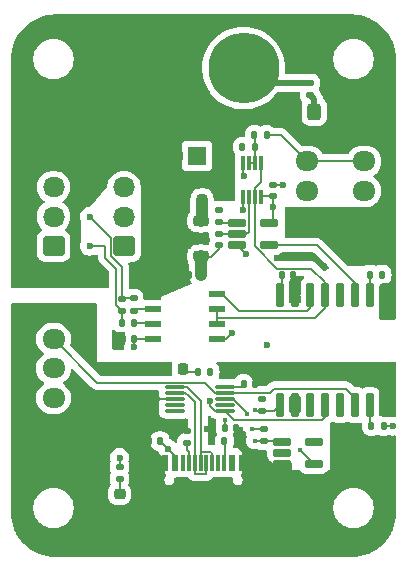
<source format=gbr>
%TF.GenerationSoftware,KiCad,Pcbnew,8.0.9-8.0.9-0~ubuntu22.04.1*%
%TF.CreationDate,2025-08-01T23:19:18+09:00*%
%TF.ProjectId,USB2DXL,55534232-4458-44c2-9e6b-696361645f70,rev?*%
%TF.SameCoordinates,Original*%
%TF.FileFunction,Copper,L1,Top*%
%TF.FilePolarity,Positive*%
%FSLAX46Y46*%
G04 Gerber Fmt 4.6, Leading zero omitted, Abs format (unit mm)*
G04 Created by KiCad (PCBNEW 8.0.9-8.0.9-0~ubuntu22.04.1) date 2025-08-01 23:19:18*
%MOMM*%
%LPD*%
G01*
G04 APERTURE LIST*
G04 Aperture macros list*
%AMRoundRect*
0 Rectangle with rounded corners*
0 $1 Rounding radius*
0 $2 $3 $4 $5 $6 $7 $8 $9 X,Y pos of 4 corners*
0 Add a 4 corners polygon primitive as box body*
4,1,4,$2,$3,$4,$5,$6,$7,$8,$9,$2,$3,0*
0 Add four circle primitives for the rounded corners*
1,1,$1+$1,$2,$3*
1,1,$1+$1,$4,$5*
1,1,$1+$1,$6,$7*
1,1,$1+$1,$8,$9*
0 Add four rect primitives between the rounded corners*
20,1,$1+$1,$2,$3,$4,$5,0*
20,1,$1+$1,$4,$5,$6,$7,0*
20,1,$1+$1,$6,$7,$8,$9,0*
20,1,$1+$1,$8,$9,$2,$3,0*%
%AMFreePoly0*
4,1,9,3.862500,-0.866500,0.737500,-0.866500,0.737500,-0.450000,-0.737500,-0.450000,-0.737500,0.450000,0.737500,0.450000,0.737500,0.866500,3.862500,0.866500,3.862500,-0.866500,3.862500,-0.866500,$1*%
G04 Aperture macros list end*
%TA.AperFunction,ComponentPad*%
%ADD10RoundRect,0.250000X0.675000X-0.600000X0.675000X0.600000X-0.675000X0.600000X-0.675000X-0.600000X0*%
%TD*%
%TA.AperFunction,ComponentPad*%
%ADD11O,1.850000X1.700000*%
%TD*%
%TA.AperFunction,ComponentPad*%
%ADD12RoundRect,0.250000X0.725000X-0.600000X0.725000X0.600000X-0.725000X0.600000X-0.725000X-0.600000X0*%
%TD*%
%TA.AperFunction,ComponentPad*%
%ADD13O,1.950000X1.700000*%
%TD*%
%TA.AperFunction,SMDPad,CuDef*%
%ADD14R,0.600000X1.450000*%
%TD*%
%TA.AperFunction,SMDPad,CuDef*%
%ADD15R,0.300000X1.450000*%
%TD*%
%TA.AperFunction,HeatsinkPad*%
%ADD16O,1.000000X2.100000*%
%TD*%
%TA.AperFunction,HeatsinkPad*%
%ADD17O,1.000000X1.600000*%
%TD*%
%TA.AperFunction,SMDPad,CuDef*%
%ADD18RoundRect,0.162500X-0.617500X-0.162500X0.617500X-0.162500X0.617500X0.162500X-0.617500X0.162500X0*%
%TD*%
%TA.AperFunction,SMDPad,CuDef*%
%ADD19RoundRect,0.140000X0.170000X-0.140000X0.170000X0.140000X-0.170000X0.140000X-0.170000X-0.140000X0*%
%TD*%
%TA.AperFunction,SMDPad,CuDef*%
%ADD20RoundRect,0.140000X-0.140000X-0.170000X0.140000X-0.170000X0.140000X0.170000X-0.140000X0.170000X0*%
%TD*%
%TA.AperFunction,SMDPad,CuDef*%
%ADD21RoundRect,0.087500X-0.087500X0.537500X-0.087500X-0.537500X0.087500X-0.537500X0.087500X0.537500X0*%
%TD*%
%TA.AperFunction,SMDPad,CuDef*%
%ADD22RoundRect,0.225000X0.225000X0.250000X-0.225000X0.250000X-0.225000X-0.250000X0.225000X-0.250000X0*%
%TD*%
%TA.AperFunction,SMDPad,CuDef*%
%ADD23RoundRect,0.250000X0.325000X0.450000X-0.325000X0.450000X-0.325000X-0.450000X0.325000X-0.450000X0*%
%TD*%
%TA.AperFunction,SMDPad,CuDef*%
%ADD24RoundRect,0.140000X0.140000X0.170000X-0.140000X0.170000X-0.140000X-0.170000X0.140000X-0.170000X0*%
%TD*%
%TA.AperFunction,SMDPad,CuDef*%
%ADD25RoundRect,0.135000X0.185000X-0.135000X0.185000X0.135000X-0.185000X0.135000X-0.185000X-0.135000X0*%
%TD*%
%TA.AperFunction,SMDPad,CuDef*%
%ADD26RoundRect,0.135000X0.135000X0.185000X-0.135000X0.185000X-0.135000X-0.185000X0.135000X-0.185000X0*%
%TD*%
%TA.AperFunction,SMDPad,CuDef*%
%ADD27R,1.460500X0.558800*%
%TD*%
%TA.AperFunction,SMDPad,CuDef*%
%ADD28RoundRect,0.135000X-0.185000X0.135000X-0.185000X-0.135000X0.185000X-0.135000X0.185000X0.135000X0*%
%TD*%
%TA.AperFunction,SMDPad,CuDef*%
%ADD29RoundRect,0.135000X-0.135000X-0.185000X0.135000X-0.185000X0.135000X0.185000X-0.135000X0.185000X0*%
%TD*%
%TA.AperFunction,SMDPad,CuDef*%
%ADD30RoundRect,0.218750X-0.218750X-0.256250X0.218750X-0.256250X0.218750X0.256250X-0.218750X0.256250X0*%
%TD*%
%TA.AperFunction,ComponentPad*%
%ADD31R,1.600000X1.600000*%
%TD*%
%TA.AperFunction,ComponentPad*%
%ADD32C,1.600000*%
%TD*%
%TA.AperFunction,SMDPad,CuDef*%
%ADD33RoundRect,0.218750X0.256250X-0.218750X0.256250X0.218750X-0.256250X0.218750X-0.256250X-0.218750X0*%
%TD*%
%TA.AperFunction,SMDPad,CuDef*%
%ADD34RoundRect,0.225000X0.425000X0.225000X-0.425000X0.225000X-0.425000X-0.225000X0.425000X-0.225000X0*%
%TD*%
%TA.AperFunction,SMDPad,CuDef*%
%ADD35FreePoly0,180.000000*%
%TD*%
%TA.AperFunction,ComponentPad*%
%ADD36RoundRect,1.500000X-1.500000X-1.500000X1.500000X-1.500000X1.500000X1.500000X-1.500000X1.500000X0*%
%TD*%
%TA.AperFunction,ComponentPad*%
%ADD37C,6.000000*%
%TD*%
%TA.AperFunction,SMDPad,CuDef*%
%ADD38RoundRect,0.140000X-0.170000X0.140000X-0.170000X-0.140000X0.170000X-0.140000X0.170000X0.140000X0*%
%TD*%
%TA.AperFunction,SMDPad,CuDef*%
%ADD39RoundRect,0.087500X-0.725000X-0.087500X0.725000X-0.087500X0.725000X0.087500X-0.725000X0.087500X0*%
%TD*%
%TA.AperFunction,SMDPad,CuDef*%
%ADD40RoundRect,0.075000X0.225000X-0.955000X0.225000X0.955000X-0.225000X0.955000X-0.225000X-0.955000X0*%
%TD*%
%TA.AperFunction,ViaPad*%
%ADD41C,0.500000*%
%TD*%
%TA.AperFunction,ViaPad*%
%ADD42C,0.600000*%
%TD*%
%TA.AperFunction,ViaPad*%
%ADD43C,0.400000*%
%TD*%
%TA.AperFunction,Conductor*%
%ADD44C,0.500000*%
%TD*%
%TA.AperFunction,Conductor*%
%ADD45C,0.200000*%
%TD*%
%TA.AperFunction,Conductor*%
%ADD46C,1.000000*%
%TD*%
G04 APERTURE END LIST*
D10*
%TO.P,J7,1,Pin_1*%
%TO.N,/DATA-*%
X108839000Y-79856000D03*
D11*
%TO.P,J7,2,Pin_2*%
%TO.N,/DATA+*%
X108839000Y-77356000D03*
%TO.P,J7,3,Pin_3*%
%TO.N,+12V*%
X108839000Y-74856000D03*
%TO.P,J7,4,Pin_4*%
%TO.N,GNDPWR*%
X108839000Y-72356000D03*
%TD*%
D12*
%TO.P,J4,1,Pin_1*%
%TO.N,GND*%
X102870000Y-95209000D03*
D13*
%TO.P,J4,2,Pin_2*%
%TO.N,+5V*%
X102870000Y-92709000D03*
%TO.P,J4,3,Pin_3*%
%TO.N,/TX_pin*%
X102870000Y-90209000D03*
%TO.P,J4,4,Pin_4*%
%TO.N,/RXD*%
X102870000Y-87709000D03*
%TD*%
D14*
%TO.P,J2,A1,GND*%
%TO.N,GND*%
X112320000Y-98190000D03*
%TO.P,J2,A4,VBUS*%
%TO.N,+5V*%
X113120000Y-98190000D03*
D15*
%TO.P,J2,A5,CC1*%
%TO.N,Net-(J2-CC1)*%
X114320000Y-98190000D03*
%TO.P,J2,A6,D+*%
%TO.N,/D+*%
X115320000Y-98190000D03*
%TO.P,J2,A7,D-*%
%TO.N,/D-*%
X115820000Y-98190000D03*
%TO.P,J2,A8,SBU1*%
%TO.N,unconnected-(J2-SBU1-PadA8)*%
X116820000Y-98190000D03*
D14*
%TO.P,J2,A9,VBUS*%
%TO.N,+5V*%
X118020000Y-98190000D03*
%TO.P,J2,A12,GND*%
%TO.N,GND*%
X118820000Y-98190000D03*
%TO.P,J2,B1,GND*%
X118820000Y-98190000D03*
%TO.P,J2,B4,VBUS*%
%TO.N,+5V*%
X118020000Y-98190000D03*
D15*
%TO.P,J2,B5,CC2*%
%TO.N,Net-(J2-CC2)*%
X117320000Y-98190000D03*
%TO.P,J2,B6,D+*%
%TO.N,/D+*%
X116320000Y-98190000D03*
%TO.P,J2,B7,D-*%
%TO.N,/D-*%
X114820000Y-98190000D03*
%TO.P,J2,B8,SBU2*%
%TO.N,unconnected-(J2-SBU2-PadB8)*%
X113820000Y-98190000D03*
D14*
%TO.P,J2,B9,VBUS*%
%TO.N,+5V*%
X113120000Y-98190000D03*
%TO.P,J2,B12,GND*%
%TO.N,GND*%
X112320000Y-98190000D03*
D16*
%TO.P,J2,S1,SHIELD*%
X111250000Y-99105000D03*
D17*
X111250000Y-103285000D03*
D16*
X119890000Y-99105000D03*
D17*
X119890000Y-103285000D03*
%TD*%
D18*
%TO.P,U6,5,VCC*%
%TO.N,+5VP*%
X121111000Y-77876000D03*
%TO.P,U6,4*%
%TO.N,/RX*%
X121111000Y-79776000D03*
%TO.P,U6,3,GND*%
%TO.N,GNDPWR*%
X118411000Y-79776000D03*
%TO.P,U6,2*%
%TO.N,Net-(U5-Y1)*%
X118411000Y-78826000D03*
%TO.P,U6,1*%
%TO.N,Net-(U4-RO)*%
X118411000Y-77876000D03*
%TD*%
D19*
%TO.P,C4,1*%
%TO.N,+5V*%
X120523000Y-93784000D03*
%TO.P,C4,2*%
%TO.N,GND*%
X120523000Y-92824000D03*
%TD*%
D20*
%TO.P,C2,2*%
%TO.N,GND*%
X118336000Y-95209000D03*
%TO.P,C2,1*%
%TO.N,+5V*%
X117376000Y-95209000D03*
%TD*%
D18*
%TO.P,U7,1*%
%TO.N,/TX_pin*%
X122221000Y-96418000D03*
%TO.P,U7,2*%
%TO.N,/TX_usb*%
X122221000Y-97368000D03*
%TO.P,U7,3,GND*%
%TO.N,GND*%
X122221000Y-98318000D03*
%TO.P,U7,4*%
%TO.N,/TXD*%
X124921000Y-98318000D03*
%TO.P,U7,5,VCC*%
%TO.N,+5V*%
X124921000Y-96418000D03*
%TD*%
D21*
%TO.P,U5,1,G^{-}*%
%TO.N,/TXEN*%
X120396000Y-72851000D03*
%TO.P,U5,2,A1*%
%TO.N,Net-(U5-A1)*%
X119896000Y-72851000D03*
%TO.P,U5,3,Y2*%
X119396000Y-72851000D03*
%TO.P,U5,4,GND*%
%TO.N,GNDPWR*%
X118896000Y-72851000D03*
%TO.P,U5,5,A2*%
%TO.N,/TX*%
X118896000Y-75651000D03*
%TO.P,U5,6,Y1*%
%TO.N,Net-(U5-Y1)*%
X119396000Y-75651000D03*
%TO.P,U5,7,G*%
%TO.N,/TXEN*%
X119896000Y-75651000D03*
%TO.P,U5,8,V_{cc}*%
%TO.N,+5VP*%
X120396000Y-75651000D03*
%TD*%
D22*
%TO.P,C6,1*%
%TO.N,+12V*%
X115443000Y-75946000D03*
%TO.P,C6,2*%
%TO.N,GNDPWR*%
X113893000Y-75946000D03*
%TD*%
D23*
%TO.P,D3,1,K*%
%TO.N,GNDPWR*%
X127000000Y-68453000D03*
%TO.P,D3,2,A*%
%TO.N,Net-(D3-A)*%
X124950000Y-68453000D03*
%TD*%
D24*
%TO.P,C7,1*%
%TO.N,+5VP*%
X115316000Y-82255000D03*
%TO.P,C7,2*%
%TO.N,GNDPWR*%
X114356000Y-82255000D03*
%TD*%
D25*
%TO.P,R15,1*%
%TO.N,/TX_pin*%
X120650000Y-96354000D03*
%TO.P,R15,2*%
%TO.N,+5V*%
X120650000Y-95334000D03*
%TD*%
%TO.P,R12,1*%
%TO.N,Net-(U4-RO)*%
X116840000Y-77812000D03*
%TO.P,R12,2*%
%TO.N,+5VP*%
X116840000Y-76792000D03*
%TD*%
D26*
%TO.P,R7,2*%
%TO.N,/DATA-*%
X108638150Y-86319000D03*
%TO.P,R7,1*%
%TO.N,Net-(U4-B)*%
X109658150Y-86319000D03*
%TD*%
D24*
%TO.P,C1,1*%
%TO.N,+5V*%
X111887000Y-96352000D03*
%TO.P,C1,2*%
%TO.N,GND*%
X110927000Y-96352000D03*
%TD*%
D27*
%TO.P,U4,8,VCC*%
%TO.N,+5VP*%
X111252000Y-87716000D03*
%TO.P,U4,7,B*%
%TO.N,Net-(U4-B)*%
X111252000Y-86446000D03*
%TO.P,U4,6,A*%
%TO.N,Net-(U4-A)*%
X111252000Y-85176000D03*
%TO.P,U4,5,GND*%
%TO.N,GNDPWR*%
X111252000Y-83906000D03*
%TO.P,U4,4,DI*%
%TO.N,/TX*%
X116700300Y-83906000D03*
%TO.P,U4,3,DE*%
%TO.N,/TXEN*%
X116700300Y-85176000D03*
%TO.P,U4,2,\u002ARE*%
X116700300Y-86446000D03*
%TO.P,U4,1,RO*%
%TO.N,Net-(U4-RO)*%
X116700300Y-87716000D03*
%TD*%
D28*
%TO.P,R14,1*%
%TO.N,+12V*%
X124587000Y-66036000D03*
%TO.P,R14,2*%
%TO.N,Net-(D3-A)*%
X124587000Y-67056000D03*
%TD*%
D29*
%TO.P,R2,1*%
%TO.N,Net-(J2-CC2)*%
X117344000Y-96352000D03*
%TO.P,R2,2*%
%TO.N,GND*%
X118364000Y-96352000D03*
%TD*%
D20*
%TO.P,C5,1*%
%TO.N,+5VP*%
X122202000Y-82255000D03*
%TO.P,C5,2*%
%TO.N,GNDPWR*%
X123162000Y-82255000D03*
%TD*%
D13*
%TO.P,J3,3,Pin_3*%
%TO.N,/DATA*%
X124333000Y-72683000D03*
%TO.P,J3,2,Pin_2*%
%TO.N,+12V*%
X124333000Y-75183000D03*
D12*
%TO.P,J3,1,Pin_1*%
%TO.N,GNDPWR*%
X124333000Y-77683000D03*
%TD*%
D26*
%TO.P,R11,1*%
%TO.N,Net-(U5-A1)*%
X119888000Y-71460000D03*
%TO.P,R11,2*%
%TO.N,+5VP*%
X118868000Y-71460000D03*
%TD*%
%TO.P,R4,1*%
%TO.N,/TXNOW*%
X116128500Y-90494000D03*
%TO.P,R4,2*%
%TO.N,Net-(D2-A)*%
X115108500Y-90494000D03*
%TD*%
D30*
%TO.P,D2,1,K*%
%TO.N,GND*%
X112263500Y-90240000D03*
%TO.P,D2,2,A*%
%TO.N,Net-(D2-A)*%
X113838500Y-90240000D03*
%TD*%
D25*
%TO.P,R1,1*%
%TO.N,Net-(J2-CC1)*%
X114173000Y-96479000D03*
%TO.P,R1,2*%
%TO.N,GND*%
X114173000Y-95459000D03*
%TD*%
D28*
%TO.P,R3,1*%
%TO.N,+5V*%
X108458000Y-98552000D03*
%TO.P,R3,2*%
%TO.N,Net-(D1-A)*%
X108458000Y-99572000D03*
%TD*%
D31*
%TO.P,C10,1*%
%TO.N,+12V*%
X115030000Y-72222000D03*
D32*
%TO.P,C10,2*%
%TO.N,GNDPWR*%
X113030000Y-72222000D03*
%TD*%
D33*
%TO.P,D1,1,K*%
%TO.N,GND*%
X108458000Y-102417000D03*
%TO.P,D1,2,A*%
%TO.N,Net-(D1-A)*%
X108458000Y-100842000D03*
%TD*%
D20*
%TO.P,C3,1*%
%TO.N,Net-(U1-V3)*%
X118974500Y-91510000D03*
%TO.P,C3,2*%
%TO.N,GND*%
X119934500Y-91510000D03*
%TD*%
D34*
%TO.P,U3,1,OUT*%
%TO.N,+5VP*%
X115361000Y-80707000D03*
D35*
%TO.P,U3,2,GND*%
%TO.N,GNDPWR*%
X115273500Y-79207000D03*
D34*
%TO.P,U3,3,IN*%
%TO.N,+12V*%
X115361000Y-77707000D03*
%TD*%
D28*
%TO.P,R9,2*%
%TO.N,/DATA-*%
X108642150Y-85303000D03*
%TO.P,R9,1*%
%TO.N,/DATA+*%
X108642150Y-84283000D03*
%TD*%
D10*
%TO.P,J6,1,Pin_1*%
%TO.N,/DATA-*%
X102870000Y-79849000D03*
D11*
%TO.P,J6,2,Pin_2*%
%TO.N,/DATA+*%
X102870000Y-77349000D03*
%TO.P,J6,3,Pin_3*%
%TO.N,+12V*%
X102870000Y-74849000D03*
%TO.P,J6,4,Pin_4*%
%TO.N,GNDPWR*%
X102870000Y-72349000D03*
%TD*%
D36*
%TO.P,J1,1,Pin_1*%
%TO.N,GNDPWR*%
X111760000Y-64770000D03*
D37*
%TO.P,J1,2,Pin_2*%
%TO.N,+12V*%
X118960000Y-64770000D03*
%TD*%
D12*
%TO.P,J5,1,Pin_1*%
%TO.N,GNDPWR*%
X129159000Y-77683000D03*
D13*
%TO.P,J5,2,Pin_2*%
%TO.N,+12V*%
X129159000Y-75183000D03*
%TO.P,J5,3,Pin_3*%
%TO.N,/DATA*%
X129159000Y-72683000D03*
%TD*%
D29*
%TO.P,R10,1*%
%TO.N,Net-(U5-A1)*%
X119886000Y-70444000D03*
%TO.P,R10,2*%
%TO.N,/DATA*%
X120906000Y-70444000D03*
%TD*%
D26*
%TO.P,R5,1*%
%TO.N,+5V*%
X130810000Y-95082000D03*
%TO.P,R5,2*%
%TO.N,Net-(U2-EN1)*%
X129790000Y-95082000D03*
%TD*%
D19*
%TO.P,C9,1*%
%TO.N,+5VP*%
X121412000Y-75623000D03*
%TO.P,C9,2*%
%TO.N,GNDPWR*%
X121412000Y-74663000D03*
%TD*%
D38*
%TO.P,R13,1*%
%TO.N,Net-(U5-Y1)*%
X116840000Y-78826000D03*
%TO.P,R13,2*%
%TO.N,+5VP*%
X116840000Y-79786000D03*
%TD*%
D39*
%TO.P,U1,1,UD+*%
%TO.N,/D+*%
X113123000Y-91780000D03*
%TO.P,U1,2,UD-*%
%TO.N,/D-*%
X113123000Y-92280000D03*
%TO.P,U1,3,GND*%
%TO.N,GND*%
X113123000Y-92780000D03*
%TO.P,U1,4,~{RTS}*%
%TO.N,unconnected-(U1-~{RTS}-Pad4)*%
X113123000Y-93280000D03*
%TO.P,U1,5,~{CTS}*%
%TO.N,unconnected-(U1-~{CTS}-Pad5)*%
X113123000Y-93780000D03*
%TO.P,U1,6,TNOW*%
%TO.N,/TXNOW*%
X117348000Y-93780000D03*
%TO.P,U1,7,VCC*%
%TO.N,+5V*%
X117348000Y-93280000D03*
%TO.P,U1,8,TXD*%
%TO.N,/TX_usb*%
X117348000Y-92780000D03*
%TO.P,U1,9,RXD*%
%TO.N,/RXD*%
X117348000Y-92280000D03*
%TO.P,U1,10,V3*%
%TO.N,Net-(U1-V3)*%
X117348000Y-91780000D03*
%TD*%
D25*
%TO.P,R8,2*%
%TO.N,/DATA+*%
X109658150Y-84281000D03*
%TO.P,R8,1*%
%TO.N,Net-(U4-A)*%
X109658150Y-85301000D03*
%TD*%
D29*
%TO.P,R6,1*%
%TO.N,Net-(U2-EN2)*%
X129665000Y-82255000D03*
%TO.P,R6,2*%
%TO.N,+5VP*%
X130685000Y-82255000D03*
%TD*%
D24*
%TO.P,C8,1*%
%TO.N,+5VP*%
X109672000Y-87716000D03*
%TO.P,C8,2*%
%TO.N,GNDPWR*%
X108712000Y-87716000D03*
%TD*%
D40*
%TO.P,U2,1,VCC1*%
%TO.N,+5V*%
X122047000Y-93304000D03*
%TO.P,U2,2,GND1*%
%TO.N,GND*%
X123317000Y-93304000D03*
%TO.P,U2,3,INA*%
%TO.N,/TXD*%
X124587000Y-93304000D03*
%TO.P,U2,4,INB*%
%TO.N,/TXNOW*%
X125857000Y-93304000D03*
%TO.P,U2,5,INC*%
%TO.N,unconnected-(U2-INC-Pad5)*%
X127127000Y-93304000D03*
%TO.P,U2,6,OUTD*%
%TO.N,/RXD*%
X128397000Y-93304000D03*
%TO.P,U2,7,EN1*%
%TO.N,Net-(U2-EN1)*%
X129667000Y-93304000D03*
%TO.P,U2,8,GND1-1*%
%TO.N,GND*%
X130937000Y-93304000D03*
%TO.P,U2,9,GND2*%
%TO.N,GNDPWR*%
X130937000Y-84024000D03*
%TO.P,U2,10,EN2*%
%TO.N,Net-(U2-EN2)*%
X129667000Y-84024000D03*
%TO.P,U2,11,IND*%
%TO.N,/RX*%
X128397000Y-84024000D03*
%TO.P,U2,12,OUTC*%
%TO.N,unconnected-(U2-OUTC-Pad12)*%
X127127000Y-84024000D03*
%TO.P,U2,13,OUTB*%
%TO.N,/TXEN*%
X125857000Y-84024000D03*
%TO.P,U2,14,OUTA*%
%TO.N,/TX*%
X124587000Y-84024000D03*
%TO.P,U2,15,GND2-1*%
%TO.N,GNDPWR*%
X123317000Y-84024000D03*
%TO.P,U2,16,VCC2*%
%TO.N,+5VP*%
X122047000Y-84024000D03*
%TD*%
D41*
%TO.N,GNDPWR*%
X123162000Y-82255000D03*
%TO.N,GND*%
X123317000Y-93304000D03*
X120523000Y-92824000D03*
D42*
%TO.N,+5VP*%
X118868000Y-71460000D03*
%TO.N,GNDPWR*%
X118999000Y-73873000D03*
%TO.N,+5VP*%
X121412000Y-76540000D03*
X116840000Y-76792000D03*
X122202000Y-82255000D03*
X130685000Y-82255000D03*
%TO.N,GNDPWR*%
X128016000Y-80985000D03*
X122301000Y-74635000D03*
X117348000Y-75651000D03*
X107823000Y-61046000D03*
X123190000Y-61300000D03*
X131064000Y-69174000D03*
X122809000Y-69047000D03*
X117348000Y-69047000D03*
X110744000Y-69047000D03*
X105283000Y-68793000D03*
X99949000Y-68793000D03*
X104775000Y-78572000D03*
X99949000Y-82763000D03*
X107061000Y-82890000D03*
X109728000Y-83017000D03*
X125755400Y-81569200D03*
X121793000Y-80858000D03*
X119126000Y-80477000D03*
X120904000Y-88224000D03*
X131572000Y-85684000D03*
X108077000Y-88224000D03*
%TO.N,GND*%
X115824000Y-95336000D03*
X118872000Y-95717000D03*
X131318000Y-101178000D03*
X115697000Y-101432000D03*
X125476000Y-101305000D03*
X125603000Y-105877000D03*
X115697000Y-105877000D03*
X131318000Y-96479000D03*
X126746000Y-95336000D03*
X125095000Y-90510000D03*
X131191000Y-91526000D03*
X106934000Y-90129000D03*
%TO.N,+5VP*%
X109672000Y-88351000D03*
%TO.N,Net-(U4-RO)*%
X117983000Y-87208000D03*
X118411000Y-77876000D03*
%TO.N,/TX*%
X118872000Y-76794000D03*
X124587000Y-84024000D03*
%TO.N,GND*%
X111125000Y-92542000D03*
X113030000Y-95336000D03*
X104648000Y-91018000D03*
X106934000Y-97495000D03*
X106934000Y-105877000D03*
X99949000Y-97368000D03*
X100076000Y-85557000D03*
X105410000Y-85557000D03*
X105410000Y-88097000D03*
X111252000Y-90256000D03*
X117475000Y-90383000D03*
%TO.N,+5V*%
X131572000Y-95082000D03*
X124921000Y-96418000D03*
D43*
X119888000Y-93685000D03*
X119634000Y-95336000D03*
%TO.N,/TX_pin*%
X119888000Y-96352000D03*
%TO.N,/TX_usb*%
X122221000Y-97368000D03*
%TO.N,/TXD*%
X124587000Y-93304000D03*
X123698000Y-97114000D03*
%TO.N,+5V*%
X117348000Y-94574000D03*
X117348000Y-93280000D03*
D42*
%TO.N,/TXNOW*%
X116138205Y-92922553D03*
X116128500Y-90494000D03*
%TO.N,+5V*%
X112522000Y-96987000D03*
X108458000Y-97749000D03*
%TO.N,/DATA-*%
X105918000Y-79849000D03*
%TO.N,/DATA+*%
X105918000Y-77349000D03*
%TO.N,GNDPWR*%
X113538000Y-82255000D03*
X115273500Y-79207000D03*
%TO.N,+5VP*%
X115316000Y-82255000D03*
%TO.N,GNDPWR*%
X112776000Y-75905000D03*
%TO.N,+12V*%
X115443000Y-76794000D03*
X115443000Y-75946000D03*
%TO.N,GND*%
X118820000Y-98190000D03*
X112320000Y-98190000D03*
%TO.N,+5V*%
X113120000Y-98190000D03*
X118020000Y-98190000D03*
D43*
%TO.N,/TX_usb*%
X119253000Y-94066000D03*
%TD*%
D44*
%TO.N,+12V*%
X124587000Y-66036000D02*
X120226000Y-66036000D01*
X120226000Y-66036000D02*
X118960000Y-64770000D01*
%TO.N,Net-(D3-A)*%
X124950000Y-68453000D02*
X124950000Y-67419000D01*
X124950000Y-67419000D02*
X124587000Y-67056000D01*
D45*
%TO.N,GND*%
X113123000Y-92780000D02*
X111363000Y-92780000D01*
X111363000Y-92780000D02*
X111125000Y-92542000D01*
%TO.N,/TXNOW*%
X117348000Y-93780000D02*
X118142000Y-94574000D01*
X125857000Y-94333999D02*
X125857000Y-93304000D01*
X118142000Y-94574000D02*
X125616999Y-94574000D01*
X125616999Y-94574000D02*
X125857000Y-94333999D01*
%TO.N,/RXD*%
X117348000Y-92280000D02*
X121166000Y-92280000D01*
X121166000Y-92280000D02*
X121539000Y-91907000D01*
X121539000Y-91907000D02*
X127635000Y-91907000D01*
X127635000Y-91907000D02*
X128397000Y-92669000D01*
X128397000Y-92669000D02*
X128397000Y-93304000D01*
%TO.N,GNDPWR*%
X118896000Y-73770000D02*
X118999000Y-73873000D01*
X118896000Y-72851000D02*
X118896000Y-73770000D01*
%TO.N,+5VP*%
X121412000Y-76540000D02*
X121412000Y-77575000D01*
X121412000Y-77575000D02*
X121111000Y-77876000D01*
X121412000Y-76540000D02*
X121412000Y-75623000D01*
X116840000Y-79786000D02*
X116840000Y-80096000D01*
X116840000Y-80096000D02*
X116205000Y-80731000D01*
X116205000Y-80731000D02*
X115385000Y-80731000D01*
X115385000Y-80731000D02*
X115361000Y-80707000D01*
%TO.N,/TXEN*%
X125857000Y-84024000D02*
X125857000Y-85053999D01*
X125857000Y-85053999D02*
X124972999Y-85938000D01*
X124972999Y-85938000D02*
X116700300Y-85938000D01*
X116700300Y-85938000D02*
X116700300Y-86446000D01*
%TO.N,GNDPWR*%
X121412000Y-74663000D02*
X122273000Y-74663000D01*
X122273000Y-74663000D02*
X122301000Y-74635000D01*
%TO.N,/DATA*%
X120906000Y-70444000D02*
X122094000Y-70444000D01*
X122094000Y-70444000D02*
X124333000Y-72683000D01*
X129159000Y-72683000D02*
X124333000Y-72683000D01*
%TO.N,GNDPWR*%
X118425000Y-79776000D02*
X119126000Y-80477000D01*
X118411000Y-79776000D02*
X118425000Y-79776000D01*
%TO.N,+5VP*%
X109672000Y-88351000D02*
X109672000Y-87716000D01*
%TO.N,Net-(U4-RO)*%
X117475000Y-87716000D02*
X117983000Y-87208000D01*
X116700300Y-87716000D02*
X117475000Y-87716000D01*
%TO.N,/TX*%
X116700300Y-83906000D02*
X117151150Y-83906000D01*
X117151150Y-83906000D02*
X118548150Y-85303000D01*
X118548150Y-85303000D02*
X124337999Y-85303000D01*
X124337999Y-85303000D02*
X124587000Y-85053999D01*
X124587000Y-85053999D02*
X124587000Y-84024000D01*
X118872000Y-76794000D02*
X118872000Y-75675000D01*
X118872000Y-75675000D02*
X118896000Y-75651000D01*
%TO.N,/TXEN*%
X116700300Y-85176000D02*
X116700300Y-86446000D01*
X119896000Y-75651000D02*
X119896000Y-79858156D01*
X119896000Y-79858156D02*
X121782844Y-81745000D01*
X121782844Y-81745000D02*
X124712000Y-81745000D01*
X124712000Y-81745000D02*
X125857000Y-82890000D01*
X125857000Y-82890000D02*
X125857000Y-84024000D01*
%TO.N,/RX*%
X121111000Y-79776000D02*
X125178999Y-79776000D01*
X125178999Y-79776000D02*
X128397000Y-82994001D01*
X128397000Y-82994001D02*
X128397000Y-84024000D01*
%TO.N,+5V*%
X130810000Y-95082000D02*
X131572000Y-95082000D01*
X119987000Y-93784000D02*
X119888000Y-93685000D01*
X120523000Y-93784000D02*
X119987000Y-93784000D01*
X119636000Y-95334000D02*
X119634000Y-95336000D01*
X120650000Y-95334000D02*
X119636000Y-95334000D01*
%TO.N,/TX_pin*%
X119890000Y-96354000D02*
X119888000Y-96352000D01*
X120650000Y-96354000D02*
X119890000Y-96354000D01*
%TO.N,/TX_usb*%
X119253000Y-94066000D02*
X119253000Y-93963490D01*
X119253000Y-93963490D02*
X118069510Y-92780000D01*
X118069510Y-92780000D02*
X117348000Y-92780000D01*
%TO.N,/TXD*%
X124921000Y-98318000D02*
X124902000Y-98318000D01*
X124902000Y-98318000D02*
X123698000Y-97114000D01*
%TO.N,+5V*%
X120523000Y-93784000D02*
X121567000Y-93784000D01*
X121567000Y-93784000D02*
X122047000Y-93304000D01*
X117348000Y-94574000D02*
X117348000Y-95181000D01*
X117348000Y-95181000D02*
X117376000Y-95209000D01*
%TO.N,/TX_pin*%
X120650000Y-96354000D02*
X122157000Y-96354000D01*
X122157000Y-96354000D02*
X122221000Y-96418000D01*
%TO.N,Net-(D2-A)*%
X115108500Y-90494000D02*
X114092500Y-90494000D01*
X114092500Y-90494000D02*
X113838500Y-90240000D01*
%TO.N,/TXNOW*%
X116138205Y-93382704D02*
X116138205Y-92922553D01*
X116535501Y-93780000D02*
X116138205Y-93382704D01*
X117348000Y-93780000D02*
X116535501Y-93780000D01*
%TO.N,/RXD*%
X102870000Y-87709000D02*
X106566000Y-91405000D01*
X106566000Y-91405000D02*
X115660501Y-91405000D01*
X115660501Y-91405000D02*
X116535501Y-92280000D01*
X116535501Y-92280000D02*
X117348000Y-92280000D01*
%TO.N,Net-(U1-V3)*%
X117348000Y-91780000D02*
X118704500Y-91780000D01*
X118704500Y-91780000D02*
X118974500Y-91510000D01*
%TO.N,/D-*%
X114299300Y-92542000D02*
X114300000Y-92542000D01*
X114820000Y-93062700D02*
X114238409Y-92481109D01*
%TO.N,/D+*%
X115320000Y-93993713D02*
X115320000Y-93891192D01*
%TO.N,/D-*%
X114820000Y-93993713D02*
X114820000Y-93891192D01*
%TO.N,/D+*%
X114427000Y-92034000D02*
X114173000Y-91780000D01*
%TO.N,/D-*%
X114820000Y-93891192D02*
X114820000Y-93062700D01*
%TO.N,/D+*%
X114427700Y-92034000D02*
X114427000Y-92034000D01*
X114173000Y-91780000D02*
X113123000Y-91780000D01*
X115320000Y-92926300D02*
X114427700Y-92034000D01*
X115320000Y-93891192D02*
X115320000Y-92926300D01*
%TO.N,/D-*%
X114820000Y-98190000D02*
X114820000Y-93993713D01*
X114238409Y-92481109D02*
X114299300Y-92542000D01*
%TO.N,/D+*%
X115320000Y-98190000D02*
X115320000Y-93993713D01*
%TO.N,/D-*%
X114300000Y-92542000D02*
X114038000Y-92280000D01*
X114038000Y-92280000D02*
X113123000Y-92280000D01*
%TO.N,/D+*%
X115320000Y-98190000D02*
X115320000Y-97415000D01*
X116320000Y-97415000D02*
X116320000Y-98190000D01*
X115320000Y-97415000D02*
X115470000Y-97265000D01*
X116170000Y-97265000D02*
X116320000Y-97415000D01*
X115470000Y-97265000D02*
X116170000Y-97265000D01*
%TO.N,/D-*%
X114820000Y-98190000D02*
X114820000Y-99115000D01*
X114820000Y-99115000D02*
X114851000Y-99146000D01*
X114851000Y-99146000D02*
X115789000Y-99146000D01*
X115789000Y-99146000D02*
X115820000Y-99115000D01*
X115820000Y-99115000D02*
X115820000Y-98190000D01*
%TO.N,+5V*%
X112522000Y-96987000D02*
X113120000Y-97585000D01*
%TO.N,Net-(D1-A)*%
X108458000Y-99572000D02*
X108458000Y-100842000D01*
%TO.N,+5V*%
X108458000Y-98552000D02*
X108458000Y-97749000D01*
X111887000Y-96352000D02*
X112522000Y-96987000D01*
X113120000Y-97585000D02*
X113120000Y-98190000D01*
%TO.N,Net-(U2-EN1)*%
X129667000Y-93304000D02*
X129667000Y-94959000D01*
X129667000Y-94959000D02*
X129790000Y-95082000D01*
%TO.N,GNDPWR*%
X123162000Y-82255000D02*
X123162000Y-83869000D01*
X123162000Y-83869000D02*
X123317000Y-84024000D01*
%TO.N,+5VP*%
X122202000Y-82255000D02*
X122202000Y-83869000D01*
X122202000Y-83869000D02*
X122047000Y-84024000D01*
%TO.N,Net-(U2-EN2)*%
X129665000Y-82255000D02*
X129665000Y-84022000D01*
X129665000Y-84022000D02*
X129667000Y-84024000D01*
%TO.N,/TXEN*%
X119896000Y-75651000D02*
X119896000Y-74885010D01*
X119896000Y-74885010D02*
X120396000Y-74385010D01*
X120396000Y-74385010D02*
X120396000Y-72851000D01*
%TO.N,+5VP*%
X111252000Y-87716000D02*
X109672000Y-87716000D01*
%TO.N,/DATA+*%
X108642150Y-84283000D02*
X108642150Y-81577474D01*
X108642150Y-81577474D02*
X107714000Y-80649324D01*
X107714000Y-80649324D02*
X107714000Y-79145000D01*
%TO.N,/DATA-*%
X108122150Y-84560502D02*
X108122150Y-84005498D01*
%TO.N,/DATA+*%
X107714000Y-79145000D02*
X105918000Y-77349000D01*
%TO.N,/DATA-*%
X108192150Y-81763842D02*
X107264020Y-80835712D01*
X108642150Y-85303000D02*
X108192150Y-84853000D01*
X108192150Y-84853000D02*
X108192150Y-84630502D01*
X107264020Y-80835712D02*
X107264020Y-79849000D01*
X108192150Y-84630502D02*
X108122150Y-84560502D01*
X107264020Y-79849000D02*
X105918000Y-79849000D01*
X108122150Y-84005498D02*
X108192150Y-83935498D01*
X108192150Y-83935498D02*
X108192150Y-81763842D01*
X108832000Y-79849000D02*
X108839000Y-79856000D01*
X108638150Y-86319000D02*
X108638150Y-85307000D01*
X108638150Y-85307000D02*
X108642150Y-85303000D01*
%TO.N,Net-(U4-B)*%
X109658150Y-86319000D02*
X111125000Y-86319000D01*
X111125000Y-86319000D02*
X111252000Y-86446000D01*
%TO.N,/DATA+*%
X109658150Y-84281000D02*
X108644150Y-84281000D01*
X108644150Y-84281000D02*
X108642150Y-84283000D01*
%TO.N,Net-(U4-A)*%
X111252000Y-85176000D02*
X109783150Y-85176000D01*
X109783150Y-85176000D02*
X109658150Y-85301000D01*
%TO.N,Net-(U5-Y1)*%
X119396000Y-75651000D02*
X119396000Y-78620999D01*
X119396000Y-78620999D02*
X119190999Y-78826000D01*
X119190999Y-78826000D02*
X118411000Y-78826000D01*
%TO.N,Net-(U5-A1)*%
X119396000Y-72851000D02*
X119896000Y-72851000D01*
%TO.N,Net-(J2-CC1)*%
X114173000Y-96352000D02*
X114173000Y-97114000D01*
X114173000Y-97114000D02*
X114320000Y-97261000D01*
X114320000Y-97261000D02*
X114320000Y-98190000D01*
%TO.N,Net-(J2-CC2)*%
X117348000Y-96352000D02*
X117348000Y-98162000D01*
X117348000Y-98162000D02*
X117320000Y-98190000D01*
%TO.N,+5VP*%
X121412000Y-75623000D02*
X120424000Y-75623000D01*
X120424000Y-75623000D02*
X120396000Y-75651000D01*
%TO.N,Net-(U5-A1)*%
X119896000Y-72851000D02*
X119896000Y-70454000D01*
X119896000Y-70454000D02*
X119886000Y-70444000D01*
%TO.N,Net-(U4-RO)*%
X118411000Y-77876000D02*
X116904000Y-77876000D01*
X116904000Y-77876000D02*
X116840000Y-77812000D01*
%TO.N,Net-(U5-Y1)*%
X118411000Y-78826000D02*
X116840000Y-78826000D01*
D44*
%TO.N,GNDPWR*%
X114356000Y-82255000D02*
X113538000Y-82255000D01*
D46*
%TO.N,+5VP*%
X115361000Y-80707000D02*
X115361000Y-82210000D01*
X115361000Y-82210000D02*
X115316000Y-82255000D01*
D44*
%TO.N,GNDPWR*%
X112776000Y-75905000D02*
X113852000Y-75905000D01*
X113852000Y-75905000D02*
X113893000Y-75946000D01*
D46*
%TO.N,+12V*%
X115443000Y-76794000D02*
X115443000Y-77625000D01*
X115443000Y-75946000D02*
X115443000Y-76794000D01*
X115443000Y-77625000D02*
X115361000Y-77707000D01*
D45*
%TO.N,/DATA+*%
X108832000Y-77349000D02*
X108839000Y-77356000D01*
%TD*%
%TA.AperFunction,Conductor*%
%TO.N,GND*%
G36*
X106496039Y-84687685D02*
G01*
X106541794Y-84740489D01*
X106553000Y-84792000D01*
X106553000Y-89621000D01*
X112810524Y-89621000D01*
X112877563Y-89640685D01*
X112923318Y-89693489D01*
X112933262Y-89762647D01*
X112928231Y-89783999D01*
X112910564Y-89837315D01*
X112910564Y-89837316D01*
X112910563Y-89837316D01*
X112900500Y-89935818D01*
X112900500Y-90544181D01*
X112910563Y-90642683D01*
X112911981Y-90649302D01*
X112910451Y-90649629D01*
X112912570Y-90711332D01*
X112876834Y-90771372D01*
X112814312Y-90802560D01*
X112792464Y-90804500D01*
X106866097Y-90804500D01*
X106799058Y-90784815D01*
X106778416Y-90768181D01*
X104298102Y-88287867D01*
X104264617Y-88226544D01*
X104267851Y-88161874D01*
X104312246Y-88025243D01*
X104345500Y-87815287D01*
X104345500Y-87602713D01*
X104312246Y-87392757D01*
X104246557Y-87190588D01*
X104150051Y-87001184D01*
X104150049Y-87001181D01*
X104150048Y-87001179D01*
X104025109Y-86829213D01*
X103874786Y-86678890D01*
X103702820Y-86553951D01*
X103513414Y-86457444D01*
X103513413Y-86457443D01*
X103513412Y-86457443D01*
X103311243Y-86391754D01*
X103311241Y-86391753D01*
X103311240Y-86391753D01*
X103149957Y-86366208D01*
X103101287Y-86358500D01*
X102638713Y-86358500D01*
X102590042Y-86366208D01*
X102428760Y-86391753D01*
X102226585Y-86457444D01*
X102037179Y-86553951D01*
X101865213Y-86678890D01*
X101714890Y-86829213D01*
X101589951Y-87001179D01*
X101493444Y-87190585D01*
X101427753Y-87392760D01*
X101397837Y-87581645D01*
X101394500Y-87602713D01*
X101394500Y-87815287D01*
X101427754Y-88025243D01*
X101492334Y-88224000D01*
X101493444Y-88227414D01*
X101589951Y-88416820D01*
X101714890Y-88588786D01*
X101865209Y-88739105D01*
X101865214Y-88739109D01*
X102029793Y-88858682D01*
X102072459Y-88914011D01*
X102078438Y-88983625D01*
X102045833Y-89045420D01*
X102029793Y-89059318D01*
X101865214Y-89178890D01*
X101865209Y-89178894D01*
X101714890Y-89329213D01*
X101589951Y-89501179D01*
X101493444Y-89690585D01*
X101427753Y-89892760D01*
X101394500Y-90102713D01*
X101394500Y-90315286D01*
X101422805Y-90494000D01*
X101427754Y-90525243D01*
X101488218Y-90711332D01*
X101493444Y-90727414D01*
X101589951Y-90916820D01*
X101714890Y-91088786D01*
X101865209Y-91239105D01*
X101865214Y-91239109D01*
X102029793Y-91358682D01*
X102072459Y-91414011D01*
X102078438Y-91483625D01*
X102045833Y-91545420D01*
X102029793Y-91559318D01*
X101865214Y-91678890D01*
X101865209Y-91678894D01*
X101714890Y-91829213D01*
X101589951Y-92001179D01*
X101493444Y-92190585D01*
X101427753Y-92392760D01*
X101394500Y-92602713D01*
X101394500Y-92815286D01*
X101427748Y-93025210D01*
X101427754Y-93025243D01*
X101469574Y-93153952D01*
X101493444Y-93227414D01*
X101589951Y-93416820D01*
X101714890Y-93588786D01*
X101865213Y-93739109D01*
X102037179Y-93864048D01*
X102037181Y-93864049D01*
X102037184Y-93864051D01*
X102226588Y-93960557D01*
X102428757Y-94026246D01*
X102638713Y-94059500D01*
X102638714Y-94059500D01*
X103101286Y-94059500D01*
X103101287Y-94059500D01*
X103311243Y-94026246D01*
X103513412Y-93960557D01*
X103702816Y-93864051D01*
X103724789Y-93848086D01*
X103874786Y-93739109D01*
X103874788Y-93739106D01*
X103874792Y-93739104D01*
X104025104Y-93588792D01*
X104025106Y-93588788D01*
X104025109Y-93588786D01*
X104150048Y-93416820D01*
X104150047Y-93416820D01*
X104150051Y-93416816D01*
X104246557Y-93227412D01*
X104312246Y-93025243D01*
X104345500Y-92815287D01*
X104345500Y-92602713D01*
X104312246Y-92392757D01*
X104246557Y-92190588D01*
X104150051Y-92001184D01*
X104150049Y-92001181D01*
X104150048Y-92001179D01*
X104025109Y-91829213D01*
X103874792Y-91678896D01*
X103825634Y-91643181D01*
X103710204Y-91559316D01*
X103667540Y-91503989D01*
X103661561Y-91434376D01*
X103694166Y-91372580D01*
X103710199Y-91358686D01*
X103874792Y-91239104D01*
X104025104Y-91088792D01*
X104025106Y-91088788D01*
X104025109Y-91088786D01*
X104150048Y-90916820D01*
X104150047Y-90916820D01*
X104150051Y-90916816D01*
X104246557Y-90727412D01*
X104312246Y-90525243D01*
X104345500Y-90315287D01*
X104345500Y-90315281D01*
X104345925Y-90312598D01*
X104375854Y-90249463D01*
X104435165Y-90212531D01*
X104505028Y-90213529D01*
X104556079Y-90244314D01*
X106081139Y-91769374D01*
X106081149Y-91769385D01*
X106085479Y-91773715D01*
X106085480Y-91773716D01*
X106197284Y-91885520D01*
X106197286Y-91885521D01*
X106197290Y-91885524D01*
X106334209Y-91964573D01*
X106334216Y-91964577D01*
X106414381Y-91986057D01*
X106486942Y-92005500D01*
X106486943Y-92005500D01*
X111688150Y-92005500D01*
X111755189Y-92025185D01*
X111800944Y-92077989D01*
X111811089Y-92145683D01*
X111810001Y-92153944D01*
X111810000Y-92153966D01*
X111810000Y-92406047D01*
X111825135Y-92520997D01*
X111825136Y-92521002D01*
X111884382Y-92664036D01*
X111915442Y-92704515D01*
X111940635Y-92769684D01*
X111926596Y-92838129D01*
X111915442Y-92855485D01*
X111884382Y-92895963D01*
X111825136Y-93038997D01*
X111825135Y-93039002D01*
X111810000Y-93153952D01*
X111810000Y-93406047D01*
X111824189Y-93513814D01*
X111824189Y-93546186D01*
X111810000Y-93653952D01*
X111810000Y-93906047D01*
X111817177Y-93960555D01*
X111824244Y-94014234D01*
X111825135Y-94020997D01*
X111825136Y-94021002D01*
X111884382Y-94164036D01*
X111904964Y-94190859D01*
X111978633Y-94286867D01*
X112101463Y-94381117D01*
X112101462Y-94381117D01*
X112179689Y-94413519D01*
X112244501Y-94440365D01*
X112359460Y-94455500D01*
X112359467Y-94455500D01*
X113886533Y-94455500D01*
X113886540Y-94455500D01*
X114001499Y-94440365D01*
X114048048Y-94421084D01*
X114117517Y-94413615D01*
X114179996Y-94444890D01*
X114215648Y-94504979D01*
X114219500Y-94535645D01*
X114219500Y-95584500D01*
X114199815Y-95651539D01*
X114147011Y-95697294D01*
X114095501Y-95708500D01*
X113923830Y-95708500D01*
X113923808Y-95708501D01*
X113887794Y-95711335D01*
X113733611Y-95756129D01*
X113733606Y-95756131D01*
X113595404Y-95837863D01*
X113595396Y-95837869D01*
X113481869Y-95951396D01*
X113481863Y-95951404D01*
X113400131Y-96089606D01*
X113400129Y-96089611D01*
X113355335Y-96243791D01*
X113355334Y-96243797D01*
X113352500Y-96279811D01*
X113352500Y-96386060D01*
X113332815Y-96453099D01*
X113280011Y-96498854D01*
X113210853Y-96508798D01*
X113147297Y-96479773D01*
X113140819Y-96473741D01*
X113024262Y-96357184D01*
X112871522Y-96261211D01*
X112749687Y-96218579D01*
X112692911Y-96177857D01*
X112667164Y-96112904D01*
X112667024Y-96111264D01*
X112666359Y-96102820D01*
X112664643Y-96081007D01*
X112660515Y-96066799D01*
X112619495Y-95925609D01*
X112619494Y-95925606D01*
X112619494Y-95925605D01*
X112537117Y-95786313D01*
X112537115Y-95786311D01*
X112537112Y-95786307D01*
X112422692Y-95671887D01*
X112422684Y-95671881D01*
X112288459Y-95592501D01*
X112283395Y-95589506D01*
X112283394Y-95589505D01*
X112283393Y-95589505D01*
X112283390Y-95589504D01*
X112127997Y-95544357D01*
X112127991Y-95544356D01*
X112091697Y-95541500D01*
X112091690Y-95541500D01*
X111682310Y-95541500D01*
X111682302Y-95541500D01*
X111646008Y-95544356D01*
X111646002Y-95544357D01*
X111490609Y-95589504D01*
X111490606Y-95589505D01*
X111351315Y-95671881D01*
X111351307Y-95671887D01*
X111236887Y-95786307D01*
X111236881Y-95786315D01*
X111154505Y-95925606D01*
X111154504Y-95925609D01*
X111109357Y-96081002D01*
X111109356Y-96081008D01*
X111106500Y-96117302D01*
X111106500Y-96586697D01*
X111109356Y-96622991D01*
X111109357Y-96622997D01*
X111154504Y-96778390D01*
X111154505Y-96778393D01*
X111236881Y-96917684D01*
X111236887Y-96917692D01*
X111351307Y-97032112D01*
X111351311Y-97032115D01*
X111351313Y-97032117D01*
X111490605Y-97114494D01*
X111531587Y-97126400D01*
X111646002Y-97159642D01*
X111646005Y-97159642D01*
X111646007Y-97159643D01*
X111652956Y-97160189D01*
X111656210Y-97160446D01*
X111721498Y-97185329D01*
X111762970Y-97241560D01*
X111763523Y-97243109D01*
X111796209Y-97336519D01*
X111796211Y-97336522D01*
X111892184Y-97489262D01*
X112019738Y-97616816D01*
X112172478Y-97712789D01*
X112236454Y-97735175D01*
X112293230Y-97775897D01*
X112318978Y-97840850D01*
X112319500Y-97852217D01*
X112319500Y-98138082D01*
X112318720Y-98151965D01*
X112314435Y-98189997D01*
X112314435Y-98190002D01*
X112318720Y-98228034D01*
X112319500Y-98241917D01*
X112319500Y-98962870D01*
X112319501Y-98962876D01*
X112325908Y-99022483D01*
X112376202Y-99157328D01*
X112376204Y-99157331D01*
X112388752Y-99174093D01*
X112413169Y-99239558D01*
X112398317Y-99307830D01*
X112377167Y-99336084D01*
X112339518Y-99373733D01*
X112339513Y-99373740D01*
X112283498Y-99470760D01*
X112283497Y-99470763D01*
X112254500Y-99578982D01*
X112254500Y-99691018D01*
X112275982Y-99771188D01*
X112283497Y-99799236D01*
X112283498Y-99799239D01*
X112288097Y-99807204D01*
X112339515Y-99896263D01*
X112418737Y-99975485D01*
X112515763Y-100031503D01*
X112623982Y-100060500D01*
X112623984Y-100060500D01*
X112736016Y-100060500D01*
X112736018Y-100060500D01*
X112844237Y-100031503D01*
X112941263Y-99975485D01*
X113020485Y-99896263D01*
X113076503Y-99799237D01*
X113105500Y-99691018D01*
X113105500Y-99578982D01*
X113103520Y-99571592D01*
X113105181Y-99501746D01*
X113144342Y-99443882D01*
X113208569Y-99416376D01*
X113223294Y-99415499D01*
X113467871Y-99415499D01*
X113467872Y-99415499D01*
X113527483Y-99409091D01*
X113527486Y-99409089D01*
X113531744Y-99408632D01*
X113558254Y-99408632D01*
X113562514Y-99409089D01*
X113562517Y-99409091D01*
X113622127Y-99415500D01*
X114017872Y-99415499D01*
X114017873Y-99415498D01*
X114017885Y-99415498D01*
X114056744Y-99411320D01*
X114083252Y-99411320D01*
X114122127Y-99415500D01*
X114228503Y-99415499D01*
X114295542Y-99435183D01*
X114335889Y-99477498D01*
X114339475Y-99483709D01*
X114339479Y-99483714D01*
X114339480Y-99483716D01*
X114370480Y-99514716D01*
X114434746Y-99578982D01*
X114482284Y-99626520D01*
X114482286Y-99626521D01*
X114482290Y-99626524D01*
X114593995Y-99691016D01*
X114619216Y-99705577D01*
X114771943Y-99746501D01*
X114771945Y-99746501D01*
X114937654Y-99746501D01*
X114937670Y-99746500D01*
X115702331Y-99746500D01*
X115702347Y-99746501D01*
X115709943Y-99746501D01*
X115868054Y-99746501D01*
X115868057Y-99746501D01*
X116020785Y-99705577D01*
X116046002Y-99691018D01*
X116074477Y-99674578D01*
X116074478Y-99674577D01*
X116157716Y-99626520D01*
X116269520Y-99514716D01*
X116300520Y-99483716D01*
X116300649Y-99483491D01*
X116304111Y-99477498D01*
X116354678Y-99429283D01*
X116411497Y-99415499D01*
X116517872Y-99415499D01*
X116517885Y-99415498D01*
X116556744Y-99411320D01*
X116583252Y-99411320D01*
X116622127Y-99415500D01*
X117017872Y-99415499D01*
X117017873Y-99415498D01*
X117017885Y-99415498D01*
X117056744Y-99411320D01*
X117083252Y-99411320D01*
X117122127Y-99415500D01*
X117517872Y-99415499D01*
X117577483Y-99409091D01*
X117577486Y-99409089D01*
X117581744Y-99408632D01*
X117608254Y-99408632D01*
X117612514Y-99409089D01*
X117612517Y-99409091D01*
X117672127Y-99415500D01*
X117916705Y-99415499D01*
X117983744Y-99435183D01*
X118029499Y-99487987D01*
X118039443Y-99557146D01*
X118036481Y-99571587D01*
X118034500Y-99578982D01*
X118034500Y-99691018D01*
X118055982Y-99771188D01*
X118063497Y-99799236D01*
X118063498Y-99799239D01*
X118068097Y-99807204D01*
X118119515Y-99896263D01*
X118198737Y-99975485D01*
X118295763Y-100031503D01*
X118403982Y-100060500D01*
X118403984Y-100060500D01*
X118516016Y-100060500D01*
X118516018Y-100060500D01*
X118624237Y-100031503D01*
X118721263Y-99975485D01*
X118800485Y-99896263D01*
X118856503Y-99799237D01*
X118885500Y-99691018D01*
X118885500Y-99578982D01*
X118856503Y-99470763D01*
X118800485Y-99373737D01*
X118762832Y-99336084D01*
X118729347Y-99274761D01*
X118734331Y-99205069D01*
X118751245Y-99174095D01*
X118763796Y-99157331D01*
X118814091Y-99022483D01*
X118820500Y-98962873D01*
X118820499Y-98241917D01*
X118821279Y-98228034D01*
X118825565Y-98190000D01*
X118825565Y-98189998D01*
X118821279Y-98151963D01*
X118820499Y-98138078D01*
X118820499Y-97417129D01*
X118820498Y-97417123D01*
X118818601Y-97399478D01*
X118814091Y-97357517D01*
X118806260Y-97336522D01*
X118763797Y-97222671D01*
X118763793Y-97222664D01*
X118677547Y-97107455D01*
X118677544Y-97107452D01*
X118562335Y-97021206D01*
X118562328Y-97021202D01*
X118427482Y-96970908D01*
X118427483Y-96970908D01*
X118367883Y-96964501D01*
X118367881Y-96964500D01*
X118367873Y-96964500D01*
X118367865Y-96964500D01*
X118180731Y-96964500D01*
X118113692Y-96944815D01*
X118067937Y-96892011D01*
X118057993Y-96822853D01*
X118064765Y-96798904D01*
X118064693Y-96798884D01*
X118111664Y-96637208D01*
X118111665Y-96637202D01*
X118112783Y-96622993D01*
X118114500Y-96601181D01*
X118114499Y-96102820D01*
X118111665Y-96066796D01*
X118066869Y-95912607D01*
X118059214Y-95899664D01*
X118052059Y-95887565D01*
X118043039Y-95872314D01*
X118025856Y-95804591D01*
X118043037Y-95746075D01*
X118108494Y-95635395D01*
X118120957Y-95592500D01*
X118153642Y-95479997D01*
X118153643Y-95479991D01*
X118155292Y-95459037D01*
X118156500Y-95443690D01*
X118156500Y-95298500D01*
X118176185Y-95231461D01*
X118228989Y-95185706D01*
X118280500Y-95174500D01*
X118807998Y-95174500D01*
X118875037Y-95194185D01*
X118920792Y-95246989D01*
X118931093Y-95313445D01*
X118928942Y-95331169D01*
X118928355Y-95336000D01*
X118948859Y-95504869D01*
X118948860Y-95504874D01*
X119009182Y-95663931D01*
X119065880Y-95746071D01*
X119093657Y-95786313D01*
X119105818Y-95803930D01*
X119222032Y-95906887D01*
X119259159Y-95966076D01*
X119258391Y-96035942D01*
X119255747Y-96043672D01*
X119202861Y-96183122D01*
X119202859Y-96183130D01*
X119182355Y-96352000D01*
X119202859Y-96520869D01*
X119202860Y-96520874D01*
X119263182Y-96679931D01*
X119292715Y-96722716D01*
X119359817Y-96819929D01*
X119446007Y-96896286D01*
X119487150Y-96932736D01*
X119637773Y-97011789D01*
X119637775Y-97011790D01*
X119802944Y-97052500D01*
X119973055Y-97052500D01*
X119973056Y-97052500D01*
X120062453Y-97030465D01*
X120132254Y-97033534D01*
X120155247Y-97044129D01*
X120210607Y-97076869D01*
X120251268Y-97088682D01*
X120364791Y-97121664D01*
X120364794Y-97121664D01*
X120364796Y-97121665D01*
X120400819Y-97124500D01*
X120816500Y-97124499D01*
X120883539Y-97144183D01*
X120929294Y-97196987D01*
X120940500Y-97248499D01*
X120940500Y-97584098D01*
X120946568Y-97650882D01*
X120946571Y-97650893D01*
X120994467Y-97804598D01*
X120994468Y-97804600D01*
X120994469Y-97804602D01*
X121077764Y-97942388D01*
X121077766Y-97942391D01*
X121191608Y-98056233D01*
X121191610Y-98056234D01*
X121191612Y-98056236D01*
X121329398Y-98139531D01*
X121483113Y-98187430D01*
X121549909Y-98193500D01*
X122892090Y-98193499D01*
X122892097Y-98193499D01*
X122927780Y-98190257D01*
X122996325Y-98203794D01*
X123046671Y-98252241D01*
X123063000Y-98313748D01*
X123063000Y-98765000D01*
X123630819Y-98765000D01*
X123697858Y-98784685D01*
X123736936Y-98824850D01*
X123777766Y-98892391D01*
X123891608Y-99006233D01*
X123891610Y-99006234D01*
X123891612Y-99006236D01*
X124029398Y-99089531D01*
X124183113Y-99137430D01*
X124249909Y-99143500D01*
X125592090Y-99143499D01*
X125592097Y-99143499D01*
X125658882Y-99137431D01*
X125658885Y-99137430D01*
X125658887Y-99137430D01*
X125812602Y-99089531D01*
X125950388Y-99006236D01*
X126064236Y-98892388D01*
X126105064Y-98824849D01*
X126156592Y-98777662D01*
X126211181Y-98765000D01*
X126238000Y-98765000D01*
X126238000Y-94903928D01*
X126239826Y-94903928D01*
X126243344Y-94857439D01*
X126285446Y-94801679D01*
X126311888Y-94786693D01*
X126372233Y-94761698D01*
X126416514Y-94727720D01*
X126481683Y-94702526D01*
X126550128Y-94716564D01*
X126567486Y-94727720D01*
X126611767Y-94761698D01*
X126751764Y-94819687D01*
X126864280Y-94834500D01*
X126864287Y-94834500D01*
X127389713Y-94834500D01*
X127389720Y-94834500D01*
X127502236Y-94819687D01*
X127642233Y-94761698D01*
X127686514Y-94727720D01*
X127751683Y-94702526D01*
X127820128Y-94716564D01*
X127837486Y-94727720D01*
X127881767Y-94761698D01*
X128021764Y-94819687D01*
X128134280Y-94834500D01*
X128134287Y-94834500D01*
X128659713Y-94834500D01*
X128659720Y-94834500D01*
X128772236Y-94819687D01*
X128848050Y-94788283D01*
X128917516Y-94780815D01*
X128979995Y-94812089D01*
X129015648Y-94872178D01*
X129019500Y-94902845D01*
X129019500Y-95331169D01*
X129019501Y-95331191D01*
X129022335Y-95367205D01*
X129067129Y-95521388D01*
X129067131Y-95521393D01*
X129148863Y-95659595D01*
X129148869Y-95659603D01*
X129262396Y-95773130D01*
X129262400Y-95773133D01*
X129262402Y-95773135D01*
X129400607Y-95854869D01*
X129400614Y-95854871D01*
X129554791Y-95899664D01*
X129554794Y-95899664D01*
X129554796Y-95899665D01*
X129590819Y-95902500D01*
X129989180Y-95902499D01*
X130025204Y-95899665D01*
X130179393Y-95854869D01*
X130236882Y-95820869D01*
X130304602Y-95803688D01*
X130363117Y-95820869D01*
X130420607Y-95854869D01*
X130420610Y-95854869D01*
X130420612Y-95854871D01*
X130574791Y-95899664D01*
X130574794Y-95899664D01*
X130574796Y-95899665D01*
X130610819Y-95902500D01*
X131009180Y-95902499D01*
X131045204Y-95899665D01*
X131199393Y-95854869D01*
X131208347Y-95849573D01*
X131276068Y-95832389D01*
X131312424Y-95839262D01*
X131333343Y-95846582D01*
X131392740Y-95867367D01*
X131392750Y-95867369D01*
X131571996Y-95887565D01*
X131572000Y-95887565D01*
X131572003Y-95887565D01*
X131741616Y-95868454D01*
X131810438Y-95880508D01*
X131861818Y-95927857D01*
X131879500Y-95991674D01*
X131879500Y-102381947D01*
X131879351Y-102388032D01*
X131861502Y-102751335D01*
X131860309Y-102763444D01*
X131807388Y-103120217D01*
X131805014Y-103132153D01*
X131717373Y-103482035D01*
X131713840Y-103493680D01*
X131592335Y-103833262D01*
X131587679Y-103844504D01*
X131433462Y-104170570D01*
X131427725Y-104181302D01*
X131242303Y-104490659D01*
X131235543Y-104500777D01*
X131020678Y-104790488D01*
X131012958Y-104799894D01*
X130770743Y-105067138D01*
X130762138Y-105075743D01*
X130494894Y-105317958D01*
X130485488Y-105325678D01*
X130195777Y-105540543D01*
X130185659Y-105547303D01*
X129876302Y-105732725D01*
X129865570Y-105738462D01*
X129539504Y-105892679D01*
X129528262Y-105897335D01*
X129188680Y-106018840D01*
X129177035Y-106022373D01*
X128827153Y-106110014D01*
X128815217Y-106112388D01*
X128458444Y-106165309D01*
X128446335Y-106166502D01*
X128083033Y-106184351D01*
X128076948Y-106184500D01*
X103063052Y-106184500D01*
X103056967Y-106184351D01*
X102693664Y-106166502D01*
X102681555Y-106165309D01*
X102324782Y-106112388D01*
X102312846Y-106110014D01*
X101962964Y-106022373D01*
X101951323Y-106018841D01*
X101611734Y-105897334D01*
X101600495Y-105892679D01*
X101274429Y-105738462D01*
X101263702Y-105732727D01*
X100954340Y-105547303D01*
X100944222Y-105540543D01*
X100654511Y-105325678D01*
X100645105Y-105317958D01*
X100602479Y-105279324D01*
X100377853Y-105075735D01*
X100369264Y-105067146D01*
X100127041Y-104799894D01*
X100119321Y-104790488D01*
X99904456Y-104500777D01*
X99897696Y-104490659D01*
X99712267Y-104181290D01*
X99706543Y-104170582D01*
X99552317Y-103844497D01*
X99547669Y-103833275D01*
X99426154Y-103493663D01*
X99422629Y-103482046D01*
X99334982Y-103132140D01*
X99332613Y-103120230D01*
X99279689Y-102763440D01*
X99278497Y-102751334D01*
X99260649Y-102388031D01*
X99260500Y-102381947D01*
X99260500Y-101903549D01*
X101169500Y-101903549D01*
X101169500Y-102126450D01*
X101169501Y-102126466D01*
X101198594Y-102347452D01*
X101198595Y-102347457D01*
X101198596Y-102347463D01*
X101256290Y-102562780D01*
X101256293Y-102562790D01*
X101263091Y-102579201D01*
X101341595Y-102768726D01*
X101453052Y-102961774D01*
X101453057Y-102961780D01*
X101453058Y-102961782D01*
X101588751Y-103138622D01*
X101588757Y-103138629D01*
X101746370Y-103296242D01*
X101746377Y-103296248D01*
X101872294Y-103392867D01*
X101923226Y-103431948D01*
X102116274Y-103543405D01*
X102322219Y-103628710D01*
X102537537Y-103686404D01*
X102758543Y-103715500D01*
X102758550Y-103715500D01*
X102981450Y-103715500D01*
X102981457Y-103715500D01*
X103202463Y-103686404D01*
X103417781Y-103628710D01*
X103623726Y-103543405D01*
X103816774Y-103431948D01*
X103993624Y-103296247D01*
X104151247Y-103138624D01*
X104286948Y-102961774D01*
X104398405Y-102768726D01*
X104483710Y-102562781D01*
X104541404Y-102347463D01*
X104570500Y-102126457D01*
X104570500Y-101903549D01*
X126569500Y-101903549D01*
X126569500Y-102126450D01*
X126569501Y-102126466D01*
X126598594Y-102347452D01*
X126598595Y-102347457D01*
X126598596Y-102347463D01*
X126656290Y-102562780D01*
X126656293Y-102562790D01*
X126663091Y-102579201D01*
X126741595Y-102768726D01*
X126853052Y-102961774D01*
X126853057Y-102961780D01*
X126853058Y-102961782D01*
X126988751Y-103138622D01*
X126988757Y-103138629D01*
X127146370Y-103296242D01*
X127146377Y-103296248D01*
X127272294Y-103392867D01*
X127323226Y-103431948D01*
X127516274Y-103543405D01*
X127722219Y-103628710D01*
X127937537Y-103686404D01*
X128158543Y-103715500D01*
X128158550Y-103715500D01*
X128381450Y-103715500D01*
X128381457Y-103715500D01*
X128602463Y-103686404D01*
X128817781Y-103628710D01*
X129023726Y-103543405D01*
X129216774Y-103431948D01*
X129393624Y-103296247D01*
X129551247Y-103138624D01*
X129686948Y-102961774D01*
X129798405Y-102768726D01*
X129883710Y-102562781D01*
X129941404Y-102347463D01*
X129970500Y-102126457D01*
X129970500Y-101903543D01*
X129941404Y-101682537D01*
X129883710Y-101467219D01*
X129798405Y-101261274D01*
X129686948Y-101068226D01*
X129551247Y-100891376D01*
X129551242Y-100891370D01*
X129393629Y-100733757D01*
X129393622Y-100733751D01*
X129216782Y-100598058D01*
X129216780Y-100598057D01*
X129216774Y-100598052D01*
X129023726Y-100486595D01*
X129023722Y-100486593D01*
X128817790Y-100401293D01*
X128817783Y-100401291D01*
X128817781Y-100401290D01*
X128602463Y-100343596D01*
X128602457Y-100343595D01*
X128602452Y-100343594D01*
X128381466Y-100314501D01*
X128381463Y-100314500D01*
X128381457Y-100314500D01*
X128158543Y-100314500D01*
X128158537Y-100314500D01*
X128158533Y-100314501D01*
X127937547Y-100343594D01*
X127937540Y-100343595D01*
X127937537Y-100343596D01*
X127722219Y-100401290D01*
X127722209Y-100401293D01*
X127516277Y-100486593D01*
X127516273Y-100486595D01*
X127323226Y-100598052D01*
X127323217Y-100598058D01*
X127146377Y-100733751D01*
X127146370Y-100733757D01*
X126988757Y-100891370D01*
X126988751Y-100891377D01*
X126853058Y-101068217D01*
X126853052Y-101068226D01*
X126741595Y-101261273D01*
X126741593Y-101261277D01*
X126656293Y-101467209D01*
X126656290Y-101467219D01*
X126598597Y-101682534D01*
X126598594Y-101682547D01*
X126569501Y-101903533D01*
X126569500Y-101903549D01*
X104570500Y-101903549D01*
X104570500Y-101903543D01*
X104541404Y-101682537D01*
X104483710Y-101467219D01*
X104398405Y-101261274D01*
X104286948Y-101068226D01*
X104151247Y-100891376D01*
X104151242Y-100891370D01*
X103993629Y-100733757D01*
X103993622Y-100733751D01*
X103816782Y-100598058D01*
X103816780Y-100598057D01*
X103816774Y-100598052D01*
X103777398Y-100575318D01*
X107482500Y-100575318D01*
X107482500Y-101108681D01*
X107492563Y-101207183D01*
X107545450Y-101366784D01*
X107545455Y-101366795D01*
X107633716Y-101509887D01*
X107633719Y-101509891D01*
X107752608Y-101628780D01*
X107752612Y-101628783D01*
X107895704Y-101717044D01*
X107895707Y-101717045D01*
X107895713Y-101717049D01*
X108055315Y-101769936D01*
X108153826Y-101780000D01*
X108153831Y-101780000D01*
X108762169Y-101780000D01*
X108762174Y-101780000D01*
X108860685Y-101769936D01*
X109020287Y-101717049D01*
X109163391Y-101628781D01*
X109282281Y-101509891D01*
X109370549Y-101366787D01*
X109423436Y-101207185D01*
X109433500Y-101108674D01*
X109433500Y-100575326D01*
X109423436Y-100476815D01*
X109370549Y-100317213D01*
X109370545Y-100317207D01*
X109370544Y-100317204D01*
X109282283Y-100174112D01*
X109282280Y-100174108D01*
X109238937Y-100130765D01*
X109205452Y-100069442D01*
X109210436Y-99999750D01*
X109219885Y-99979966D01*
X109230869Y-99961393D01*
X109275665Y-99807204D01*
X109278500Y-99771181D01*
X109278499Y-99372820D01*
X109275665Y-99336796D01*
X109230869Y-99182607D01*
X109196869Y-99125117D01*
X109179688Y-99057398D01*
X109196869Y-98998882D01*
X109230869Y-98941393D01*
X109245106Y-98892391D01*
X109275664Y-98787208D01*
X109275664Y-98787206D01*
X109275665Y-98787204D01*
X109278500Y-98751181D01*
X109278499Y-98352820D01*
X109275665Y-98316796D01*
X109230869Y-98162607D01*
X109216557Y-98138407D01*
X109199375Y-98070686D01*
X109206249Y-98034333D01*
X109243368Y-97928255D01*
X109243368Y-97928253D01*
X109243369Y-97928251D01*
X109263565Y-97749003D01*
X109263565Y-97748996D01*
X109243369Y-97569750D01*
X109243368Y-97569745D01*
X109183788Y-97399476D01*
X109144229Y-97336519D01*
X109087816Y-97246738D01*
X108960262Y-97119184D01*
X108952798Y-97114494D01*
X108807523Y-97023211D01*
X108637254Y-96963631D01*
X108637249Y-96963630D01*
X108458004Y-96943435D01*
X108457996Y-96943435D01*
X108278750Y-96963630D01*
X108278745Y-96963631D01*
X108108476Y-97023211D01*
X107955737Y-97119184D01*
X107828184Y-97246737D01*
X107732211Y-97399476D01*
X107672631Y-97569745D01*
X107672630Y-97569750D01*
X107652435Y-97748996D01*
X107652435Y-97749003D01*
X107672630Y-97928249D01*
X107672632Y-97928257D01*
X107709750Y-98034334D01*
X107713311Y-98104113D01*
X107699441Y-98138407D01*
X107685133Y-98162600D01*
X107685130Y-98162608D01*
X107640335Y-98316791D01*
X107640334Y-98316797D01*
X107637500Y-98352811D01*
X107637500Y-98751169D01*
X107637501Y-98751191D01*
X107640335Y-98787205D01*
X107685129Y-98941388D01*
X107685132Y-98941395D01*
X107719128Y-98998881D01*
X107736309Y-99066605D01*
X107719128Y-99125119D01*
X107685132Y-99182604D01*
X107685129Y-99182611D01*
X107640335Y-99336791D01*
X107640334Y-99336797D01*
X107637500Y-99372811D01*
X107637500Y-99771169D01*
X107637501Y-99771191D01*
X107640335Y-99807205D01*
X107685129Y-99961388D01*
X107685132Y-99961396D01*
X107696114Y-99979966D01*
X107713294Y-100047691D01*
X107691133Y-100113953D01*
X107677063Y-100130763D01*
X107633720Y-100174107D01*
X107633716Y-100174112D01*
X107545455Y-100317204D01*
X107545450Y-100317215D01*
X107536708Y-100343597D01*
X107492564Y-100476815D01*
X107492564Y-100476816D01*
X107492563Y-100476816D01*
X107482500Y-100575318D01*
X103777398Y-100575318D01*
X103623726Y-100486595D01*
X103623722Y-100486593D01*
X103417790Y-100401293D01*
X103417783Y-100401291D01*
X103417781Y-100401290D01*
X103202463Y-100343596D01*
X103202457Y-100343595D01*
X103202452Y-100343594D01*
X102981466Y-100314501D01*
X102981463Y-100314500D01*
X102981457Y-100314500D01*
X102758543Y-100314500D01*
X102758537Y-100314500D01*
X102758533Y-100314501D01*
X102537547Y-100343594D01*
X102537540Y-100343595D01*
X102537537Y-100343596D01*
X102322219Y-100401290D01*
X102322209Y-100401293D01*
X102116277Y-100486593D01*
X102116273Y-100486595D01*
X101923226Y-100598052D01*
X101923217Y-100598058D01*
X101746377Y-100733751D01*
X101746370Y-100733757D01*
X101588757Y-100891370D01*
X101588751Y-100891377D01*
X101453058Y-101068217D01*
X101453052Y-101068226D01*
X101341595Y-101261273D01*
X101341593Y-101261277D01*
X101256293Y-101467209D01*
X101256290Y-101467219D01*
X101198597Y-101682534D01*
X101198594Y-101682547D01*
X101169501Y-101903533D01*
X101169500Y-101903549D01*
X99260500Y-101903549D01*
X99260500Y-84792000D01*
X99280185Y-84724961D01*
X99332989Y-84679206D01*
X99384500Y-84668000D01*
X106429000Y-84668000D01*
X106496039Y-84687685D01*
G37*
%TD.AperFunction*%
%TA.AperFunction,Conductor*%
G36*
X116125703Y-94219884D02*
G01*
X116132181Y-94225916D01*
X116166785Y-94260520D01*
X116166786Y-94260521D01*
X116166788Y-94260522D01*
X116177492Y-94266702D01*
X116203173Y-94286408D01*
X116203631Y-94286866D01*
X116326463Y-94381117D01*
X116326462Y-94381117D01*
X116404689Y-94413519D01*
X116469501Y-94440365D01*
X116534542Y-94448928D01*
X116598436Y-94477193D01*
X116636908Y-94535517D01*
X116642355Y-94571866D01*
X116642355Y-94574000D01*
X116658488Y-94706872D01*
X116647027Y-94775795D01*
X116644047Y-94781352D01*
X116643504Y-94782608D01*
X116598357Y-94938002D01*
X116598356Y-94938008D01*
X116595500Y-94974302D01*
X116595500Y-95443697D01*
X116598356Y-95479991D01*
X116598357Y-95479997D01*
X116643504Y-95635390D01*
X116643505Y-95635393D01*
X116643506Y-95635395D01*
X116665087Y-95671887D01*
X116676960Y-95691962D01*
X116694143Y-95759686D01*
X116676960Y-95818203D01*
X116621133Y-95912602D01*
X116621129Y-95912611D01*
X116576335Y-96066791D01*
X116576334Y-96066797D01*
X116573500Y-96102811D01*
X116573500Y-96590970D01*
X116553815Y-96658009D01*
X116501011Y-96703764D01*
X116431853Y-96713708D01*
X116402053Y-96705533D01*
X116401793Y-96705425D01*
X116378639Y-96699221D01*
X116249057Y-96664499D01*
X116090943Y-96664499D01*
X116083347Y-96664499D01*
X116083331Y-96664500D01*
X116044500Y-96664500D01*
X115977461Y-96644815D01*
X115931706Y-96592011D01*
X115920500Y-96540500D01*
X115920500Y-94313597D01*
X115940185Y-94246558D01*
X115992989Y-94200803D01*
X116062147Y-94190859D01*
X116125703Y-94219884D01*
G37*
%TD.AperFunction*%
%TA.AperFunction,Conductor*%
G36*
X131822539Y-89640685D02*
G01*
X131868294Y-89693489D01*
X131879500Y-89745000D01*
X131879500Y-94172325D01*
X131859815Y-94239364D01*
X131807011Y-94285119D01*
X131741617Y-94295545D01*
X131572004Y-94276435D01*
X131571996Y-94276435D01*
X131392746Y-94296631D01*
X131392742Y-94296632D01*
X131312421Y-94324736D01*
X131242642Y-94328297D01*
X131208349Y-94314427D01*
X131199394Y-94309131D01*
X131199391Y-94309130D01*
X131045208Y-94264335D01*
X131045202Y-94264334D01*
X131009181Y-94261500D01*
X130610830Y-94261500D01*
X130610813Y-94261501D01*
X130601218Y-94262256D01*
X130532842Y-94247886D01*
X130483090Y-94198830D01*
X130467500Y-94138637D01*
X130467500Y-92311286D01*
X130467499Y-92311272D01*
X130461855Y-92268403D01*
X130452687Y-92198764D01*
X130394698Y-92058767D01*
X130302451Y-91938549D01*
X130182233Y-91846302D01*
X130182229Y-91846300D01*
X130118801Y-91820027D01*
X130042236Y-91788313D01*
X130028171Y-91786461D01*
X129929727Y-91773500D01*
X129929720Y-91773500D01*
X129404280Y-91773500D01*
X129404272Y-91773500D01*
X129291764Y-91788313D01*
X129291763Y-91788313D01*
X129151766Y-91846301D01*
X129107486Y-91880279D01*
X129042316Y-91905473D01*
X128973871Y-91891434D01*
X128956514Y-91880279D01*
X128912233Y-91846301D01*
X128813239Y-91805297D01*
X128772236Y-91788313D01*
X128758171Y-91786461D01*
X128659727Y-91773500D01*
X128659720Y-91773500D01*
X128402097Y-91773500D01*
X128335058Y-91753815D01*
X128314416Y-91737181D01*
X128122590Y-91545355D01*
X128122588Y-91545352D01*
X128003717Y-91426481D01*
X128003709Y-91426475D01*
X127895587Y-91364051D01*
X127895587Y-91364052D01*
X127866783Y-91347422D01*
X127810881Y-91332443D01*
X127714057Y-91306499D01*
X127555943Y-91306499D01*
X127548347Y-91306499D01*
X127548331Y-91306500D01*
X121625670Y-91306500D01*
X121625654Y-91306499D01*
X121618058Y-91306499D01*
X121459943Y-91306499D01*
X121383579Y-91326961D01*
X121307214Y-91347423D01*
X121307209Y-91347426D01*
X121170290Y-91426475D01*
X121170282Y-91426481D01*
X120953584Y-91643181D01*
X120892261Y-91676666D01*
X120865903Y-91679500D01*
X119879000Y-91679500D01*
X119811961Y-91659815D01*
X119766206Y-91607011D01*
X119755000Y-91555500D01*
X119755000Y-91275317D01*
X119754999Y-91275302D01*
X119752150Y-91239103D01*
X119752143Y-91239007D01*
X119706994Y-91083605D01*
X119624617Y-90944313D01*
X119624615Y-90944311D01*
X119624612Y-90944307D01*
X119510192Y-90829887D01*
X119510184Y-90829881D01*
X119411250Y-90771372D01*
X119370895Y-90747506D01*
X119370894Y-90747505D01*
X119370893Y-90747505D01*
X119370890Y-90747504D01*
X119215497Y-90702357D01*
X119215491Y-90702356D01*
X119179197Y-90699500D01*
X119179190Y-90699500D01*
X118769810Y-90699500D01*
X118769802Y-90699500D01*
X118733508Y-90702356D01*
X118733502Y-90702357D01*
X118578109Y-90747504D01*
X118578106Y-90747505D01*
X118438815Y-90829881D01*
X118438807Y-90829887D01*
X118324387Y-90944307D01*
X118324383Y-90944313D01*
X118262816Y-91048416D01*
X118211746Y-91096099D01*
X118143004Y-91108602D01*
X118139900Y-91108233D01*
X118111552Y-91104501D01*
X118111544Y-91104500D01*
X118111540Y-91104500D01*
X118111533Y-91104500D01*
X116966096Y-91104500D01*
X116899057Y-91084815D01*
X116853302Y-91032011D01*
X116843358Y-90962853D01*
X116849542Y-90940985D01*
X116849193Y-90940884D01*
X116896164Y-90779208D01*
X116896165Y-90779202D01*
X116896781Y-90771372D01*
X116899000Y-90743181D01*
X116898999Y-90736822D01*
X116905958Y-90695858D01*
X116913868Y-90673255D01*
X116917313Y-90642685D01*
X116934065Y-90494003D01*
X116934065Y-90493996D01*
X116913868Y-90314747D01*
X116913868Y-90314745D01*
X116905957Y-90292136D01*
X116898999Y-90251182D01*
X116898999Y-90244831D01*
X116898998Y-90244806D01*
X116896537Y-90213529D01*
X116896165Y-90208796D01*
X116851369Y-90054607D01*
X116769635Y-89916402D01*
X116769633Y-89916400D01*
X116769630Y-89916396D01*
X116685915Y-89832681D01*
X116652430Y-89771358D01*
X116657414Y-89701666D01*
X116699286Y-89645733D01*
X116764750Y-89621316D01*
X116773596Y-89621000D01*
X131755500Y-89621000D01*
X131822539Y-89640685D01*
G37*
%TD.AperFunction*%
%TA.AperFunction,Conductor*%
G36*
X123729539Y-92527185D02*
G01*
X123775294Y-92579989D01*
X123786500Y-92631500D01*
X123786500Y-93849500D01*
X123766815Y-93916539D01*
X123714011Y-93962294D01*
X123662500Y-93973500D01*
X122971500Y-93973500D01*
X122904461Y-93953815D01*
X122858706Y-93901011D01*
X122847500Y-93849500D01*
X122847500Y-92631500D01*
X122867185Y-92564461D01*
X122919989Y-92518706D01*
X122971500Y-92507500D01*
X123662500Y-92507500D01*
X123729539Y-92527185D01*
G37*
%TD.AperFunction*%
%TD*%
%TA.AperFunction,Conductor*%
%TO.N,GNDPWR*%
G36*
X108028203Y-86928233D02*
G01*
X108034681Y-86934265D01*
X108110546Y-87010130D01*
X108110550Y-87010133D01*
X108110552Y-87010135D01*
X108248757Y-87091869D01*
X108289418Y-87103682D01*
X108402941Y-87136664D01*
X108402944Y-87136664D01*
X108402946Y-87136665D01*
X108438969Y-87139500D01*
X108817963Y-87139499D01*
X108885002Y-87159183D01*
X108930757Y-87211987D01*
X108940701Y-87281146D01*
X108937039Y-87298094D01*
X108894357Y-87445002D01*
X108894356Y-87445008D01*
X108891500Y-87481302D01*
X108891500Y-87950697D01*
X108894356Y-87986991D01*
X108894357Y-87986997D01*
X108909109Y-88037771D01*
X108908910Y-88107640D01*
X108907075Y-88113319D01*
X108886631Y-88171745D01*
X108886631Y-88171746D01*
X108866435Y-88350996D01*
X108866435Y-88351002D01*
X108879518Y-88467116D01*
X108867464Y-88535938D01*
X108820115Y-88587318D01*
X108756298Y-88605000D01*
X107947000Y-88605000D01*
X107879961Y-88585315D01*
X107834206Y-88532511D01*
X107823000Y-88481000D01*
X107823000Y-87021946D01*
X107842685Y-86954907D01*
X107895489Y-86909152D01*
X107964647Y-86899208D01*
X108028203Y-86928233D01*
G37*
%TD.AperFunction*%
%TA.AperFunction,Conductor*%
G36*
X128083032Y-60230649D02*
G01*
X128147797Y-60233830D01*
X128446338Y-60248497D01*
X128458440Y-60249689D01*
X128815230Y-60302613D01*
X128827140Y-60304982D01*
X129177046Y-60392629D01*
X129188663Y-60396154D01*
X129528275Y-60517669D01*
X129539497Y-60522317D01*
X129865582Y-60676543D01*
X129876290Y-60682267D01*
X130064308Y-60794961D01*
X130185659Y-60867696D01*
X130195777Y-60874456D01*
X130485488Y-61089321D01*
X130494894Y-61097041D01*
X130762146Y-61339264D01*
X130770735Y-61347853D01*
X130850861Y-61436258D01*
X131012958Y-61615105D01*
X131020678Y-61624511D01*
X131235543Y-61914222D01*
X131242303Y-61924340D01*
X131386577Y-62165047D01*
X131427725Y-62233697D01*
X131433460Y-62244425D01*
X131477054Y-62336597D01*
X131587679Y-62570495D01*
X131592334Y-62581734D01*
X131700621Y-62884376D01*
X131713840Y-62921319D01*
X131717373Y-62932964D01*
X131805014Y-63282846D01*
X131807388Y-63294782D01*
X131860309Y-63651555D01*
X131861502Y-63663664D01*
X131879351Y-64026967D01*
X131879500Y-64033052D01*
X131879500Y-85941000D01*
X131859815Y-86008039D01*
X131807011Y-86053794D01*
X131755500Y-86065000D01*
X130553000Y-86065000D01*
X130485961Y-86045315D01*
X130440206Y-85992511D01*
X130429000Y-85941000D01*
X130429000Y-85211086D01*
X130438439Y-85163633D01*
X130452687Y-85129236D01*
X130467500Y-85016720D01*
X130467500Y-83199499D01*
X130487185Y-83132460D01*
X130539989Y-83086705D01*
X130591496Y-83075499D01*
X130884180Y-83075499D01*
X130920204Y-83072665D01*
X131074393Y-83027869D01*
X131212598Y-82946135D01*
X131326135Y-82832598D01*
X131407869Y-82694393D01*
X131452665Y-82540204D01*
X131455500Y-82504181D01*
X131455499Y-82497822D01*
X131462458Y-82456858D01*
X131470368Y-82434255D01*
X131473951Y-82402461D01*
X131490565Y-82255003D01*
X131490565Y-82254996D01*
X131470368Y-82075747D01*
X131470368Y-82075745D01*
X131462457Y-82053136D01*
X131455499Y-82012182D01*
X131455499Y-82005831D01*
X131455498Y-82005806D01*
X131453173Y-81976258D01*
X131452665Y-81969796D01*
X131407869Y-81815607D01*
X131326135Y-81677402D01*
X131326133Y-81677400D01*
X131326130Y-81677396D01*
X131212603Y-81563869D01*
X131212595Y-81563863D01*
X131074393Y-81482131D01*
X131074388Y-81482129D01*
X130920208Y-81437335D01*
X130920202Y-81437334D01*
X130884181Y-81434500D01*
X130485830Y-81434500D01*
X130485808Y-81434501D01*
X130449794Y-81437335D01*
X130295608Y-81482130D01*
X130294056Y-81482802D01*
X130291410Y-81483349D01*
X130288116Y-81484307D01*
X130288040Y-81484047D01*
X130244811Y-81493000D01*
X130105189Y-81493000D01*
X130061959Y-81484047D01*
X130061884Y-81484307D01*
X130058589Y-81483349D01*
X130055944Y-81482802D01*
X130054391Y-81482130D01*
X129900208Y-81437335D01*
X129900202Y-81437334D01*
X129864181Y-81434500D01*
X129465830Y-81434500D01*
X129465808Y-81434501D01*
X129429794Y-81437335D01*
X129275608Y-81482130D01*
X129274056Y-81482802D01*
X129271410Y-81483349D01*
X129268116Y-81484307D01*
X129268040Y-81484047D01*
X129224811Y-81493000D01*
X127796597Y-81493000D01*
X127729558Y-81473315D01*
X127708916Y-81456681D01*
X125666589Y-79414355D01*
X125666587Y-79414352D01*
X125547716Y-79295481D01*
X125547715Y-79295480D01*
X125460903Y-79245360D01*
X125460903Y-79245359D01*
X125460899Y-79245358D01*
X125410784Y-79216423D01*
X125258056Y-79175499D01*
X125099942Y-79175499D01*
X125092346Y-79175499D01*
X125092330Y-79175500D01*
X122552000Y-79175500D01*
X122484961Y-79155815D01*
X122439206Y-79103011D01*
X122428000Y-79051500D01*
X122428000Y-76664000D01*
X122447685Y-76596961D01*
X122500489Y-76551206D01*
X122552000Y-76540000D01*
X124230790Y-76540000D01*
X124237504Y-76536334D01*
X124263862Y-76533500D01*
X124529138Y-76533500D01*
X124551274Y-76540000D01*
X124587000Y-76540000D01*
X129183790Y-76540000D01*
X129190504Y-76536334D01*
X129216862Y-76533500D01*
X129390286Y-76533500D01*
X129390287Y-76533500D01*
X129600243Y-76500246D01*
X129802412Y-76434557D01*
X129991816Y-76338051D01*
X130018189Y-76318890D01*
X130163786Y-76213109D01*
X130163788Y-76213106D01*
X130163792Y-76213104D01*
X130314104Y-76062792D01*
X130314106Y-76062788D01*
X130314109Y-76062786D01*
X130439048Y-75890820D01*
X130439047Y-75890820D01*
X130439051Y-75890816D01*
X130535557Y-75701412D01*
X130601246Y-75499243D01*
X130634500Y-75289287D01*
X130634500Y-75076713D01*
X130601246Y-74866757D01*
X130535557Y-74664588D01*
X130439051Y-74475184D01*
X130439049Y-74475181D01*
X130439048Y-74475179D01*
X130314109Y-74303213D01*
X130163792Y-74152896D01*
X130147665Y-74141179D01*
X129999204Y-74033316D01*
X129956540Y-73977989D01*
X129950561Y-73908376D01*
X129983166Y-73846580D01*
X129999199Y-73832686D01*
X130163792Y-73713104D01*
X130314104Y-73562792D01*
X130314106Y-73562788D01*
X130314109Y-73562786D01*
X130439048Y-73390820D01*
X130439047Y-73390820D01*
X130439051Y-73390816D01*
X130535557Y-73201412D01*
X130601246Y-72999243D01*
X130634500Y-72789287D01*
X130634500Y-72576713D01*
X130601246Y-72366757D01*
X130535557Y-72164588D01*
X130439051Y-71975184D01*
X130439049Y-71975181D01*
X130439048Y-71975179D01*
X130314109Y-71803213D01*
X130163786Y-71652890D01*
X129991820Y-71527951D01*
X129802414Y-71431444D01*
X129802413Y-71431443D01*
X129802412Y-71431443D01*
X129600243Y-71365754D01*
X129600241Y-71365753D01*
X129600240Y-71365753D01*
X129438957Y-71340208D01*
X129390287Y-71332500D01*
X128927713Y-71332500D01*
X128879042Y-71340208D01*
X128717760Y-71365753D01*
X128515585Y-71431444D01*
X128326179Y-71527951D01*
X128154213Y-71652890D01*
X128003890Y-71803213D01*
X127878948Y-71975184D01*
X127878947Y-71975185D01*
X127858765Y-72014795D01*
X127810791Y-72065591D01*
X127748281Y-72082500D01*
X125743719Y-72082500D01*
X125676680Y-72062815D01*
X125633235Y-72014795D01*
X125613052Y-71975185D01*
X125613051Y-71975184D01*
X125488109Y-71803213D01*
X125337786Y-71652890D01*
X125165820Y-71527951D01*
X124976414Y-71431444D01*
X124976413Y-71431443D01*
X124976412Y-71431443D01*
X124774243Y-71365754D01*
X124774241Y-71365753D01*
X124774240Y-71365753D01*
X124612957Y-71340208D01*
X124564287Y-71332500D01*
X124101713Y-71332500D01*
X124033721Y-71343268D01*
X123931052Y-71359530D01*
X123861758Y-71350575D01*
X123823973Y-71324738D01*
X122581590Y-70082355D01*
X122581588Y-70082352D01*
X122462717Y-69963481D01*
X122462709Y-69963475D01*
X122343106Y-69894423D01*
X122343106Y-69894422D01*
X122343101Y-69894421D01*
X122337058Y-69890932D01*
X122325786Y-69884423D01*
X122287603Y-69874192D01*
X122173057Y-69843499D01*
X122014943Y-69843499D01*
X122007347Y-69843499D01*
X122007331Y-69843500D01*
X121575595Y-69843500D01*
X121508556Y-69823815D01*
X121487918Y-69807185D01*
X121433598Y-69752865D01*
X121381930Y-69722309D01*
X121295393Y-69671131D01*
X121295388Y-69671129D01*
X121141208Y-69626335D01*
X121141202Y-69626334D01*
X121105181Y-69623500D01*
X120706830Y-69623500D01*
X120706808Y-69623501D01*
X120670794Y-69626335D01*
X120516611Y-69671129D01*
X120516604Y-69671132D01*
X120459119Y-69705128D01*
X120391395Y-69722309D01*
X120332881Y-69705128D01*
X120275395Y-69671132D01*
X120275388Y-69671129D01*
X120121208Y-69626335D01*
X120121202Y-69626334D01*
X120085181Y-69623500D01*
X119686830Y-69623500D01*
X119686808Y-69623501D01*
X119650794Y-69626335D01*
X119496611Y-69671129D01*
X119496606Y-69671131D01*
X119358404Y-69752863D01*
X119358396Y-69752869D01*
X119244869Y-69866396D01*
X119244863Y-69866404D01*
X119163131Y-70004606D01*
X119163129Y-70004611D01*
X119118335Y-70158791D01*
X119118334Y-70158797D01*
X119115500Y-70194811D01*
X119115500Y-70515500D01*
X119095815Y-70582539D01*
X119043011Y-70628294D01*
X118991500Y-70639500D01*
X118668830Y-70639500D01*
X118668808Y-70639501D01*
X118632794Y-70642335D01*
X118478611Y-70687129D01*
X118478606Y-70687131D01*
X118340404Y-70768863D01*
X118340396Y-70768869D01*
X118226869Y-70882396D01*
X118226863Y-70882404D01*
X118145131Y-71020606D01*
X118145129Y-71020611D01*
X118100335Y-71174791D01*
X118100334Y-71174797D01*
X118097500Y-71210811D01*
X118097500Y-71217185D01*
X118090542Y-71258139D01*
X118082631Y-71280747D01*
X118062435Y-71459996D01*
X118062435Y-71460003D01*
X118082630Y-71639248D01*
X118082632Y-71639254D01*
X118090543Y-71661865D01*
X118097500Y-71702802D01*
X118097500Y-71709178D01*
X118100335Y-71745205D01*
X118145129Y-71899388D01*
X118145131Y-71899393D01*
X118219732Y-72025537D01*
X118237000Y-72088658D01*
X118237000Y-74941502D01*
X118235939Y-74957687D01*
X118220501Y-75074949D01*
X118220500Y-75074966D01*
X118220500Y-75908000D01*
X118200815Y-75975039D01*
X118148011Y-76020794D01*
X118096500Y-76032000D01*
X117169234Y-76032000D01*
X117134640Y-76027076D01*
X117125204Y-76024335D01*
X117125201Y-76024334D01*
X117125202Y-76024334D01*
X117089188Y-76021500D01*
X117089181Y-76021500D01*
X117082812Y-76021500D01*
X117041857Y-76014541D01*
X117019256Y-76006632D01*
X117019246Y-76006630D01*
X116840004Y-75986435D01*
X116839996Y-75986435D01*
X116660748Y-76006630D01*
X116638130Y-76014544D01*
X116597196Y-76021500D01*
X116590818Y-76021500D01*
X116577223Y-76022570D01*
X116508846Y-76008203D01*
X116459092Y-75959149D01*
X116443500Y-75898952D01*
X116443500Y-75847456D01*
X116405052Y-75654170D01*
X116405051Y-75654167D01*
X116405051Y-75654165D01*
X116397549Y-75636055D01*
X116388754Y-75601206D01*
X116383349Y-75548292D01*
X116330003Y-75387303D01*
X116329999Y-75387297D01*
X116329998Y-75387294D01*
X116240970Y-75242959D01*
X116240967Y-75242955D01*
X116121044Y-75123032D01*
X116121040Y-75123029D01*
X115976705Y-75034001D01*
X115976699Y-75033998D01*
X115976697Y-75033997D01*
X115976694Y-75033996D01*
X115815709Y-74980651D01*
X115716352Y-74970500D01*
X115716345Y-74970500D01*
X115679434Y-74970500D01*
X115655243Y-74968117D01*
X115614442Y-74960001D01*
X115541543Y-74945500D01*
X115541541Y-74945500D01*
X115344459Y-74945500D01*
X115311569Y-74952041D01*
X115230745Y-74968118D01*
X115206558Y-74970500D01*
X115169663Y-74970500D01*
X115169643Y-74970501D01*
X115070292Y-74980650D01*
X115070289Y-74980651D01*
X114909305Y-75033996D01*
X114909294Y-75034001D01*
X114764959Y-75123029D01*
X114764955Y-75123032D01*
X114645032Y-75242955D01*
X114645029Y-75242959D01*
X114556001Y-75387294D01*
X114555996Y-75387305D01*
X114502651Y-75548290D01*
X114502650Y-75548296D01*
X114497243Y-75601214D01*
X114488450Y-75636051D01*
X114480950Y-75654161D01*
X114480948Y-75654167D01*
X114442500Y-75847456D01*
X114442500Y-76898126D01*
X114422815Y-76965165D01*
X114406181Y-76985807D01*
X114363032Y-77028955D01*
X114363029Y-77028959D01*
X114274001Y-77173294D01*
X114273996Y-77173305D01*
X114220651Y-77334290D01*
X114210500Y-77433647D01*
X114210500Y-77980337D01*
X114210501Y-77980355D01*
X114220650Y-78079707D01*
X114220651Y-78079710D01*
X114273996Y-78240694D01*
X114274001Y-78240705D01*
X114363029Y-78385040D01*
X114363032Y-78385044D01*
X114482955Y-78504967D01*
X114482959Y-78504970D01*
X114627294Y-78593998D01*
X114627297Y-78593999D01*
X114627303Y-78594003D01*
X114788292Y-78647349D01*
X114887655Y-78657500D01*
X115016608Y-78657499D01*
X115064065Y-78666939D01*
X115066963Y-78668139D01*
X115069164Y-78669051D01*
X115069168Y-78669051D01*
X115069169Y-78669052D01*
X115262455Y-78707499D01*
X115262458Y-78707500D01*
X115262460Y-78707500D01*
X115459542Y-78707500D01*
X115459543Y-78707499D01*
X115652836Y-78669051D01*
X115657935Y-78666938D01*
X115705390Y-78657499D01*
X115834338Y-78657499D01*
X115834344Y-78657499D01*
X115892899Y-78651517D01*
X115961590Y-78664286D01*
X116012475Y-78712166D01*
X116029500Y-78774875D01*
X116029500Y-79030697D01*
X116032356Y-79066991D01*
X116032357Y-79066997D01*
X116077504Y-79222391D01*
X116077506Y-79222397D01*
X116089620Y-79242880D01*
X116106801Y-79310604D01*
X116089620Y-79369120D01*
X116077506Y-79389602D01*
X116077504Y-79389608D01*
X116032357Y-79545002D01*
X116032356Y-79545008D01*
X116029500Y-79581302D01*
X116029500Y-79639123D01*
X116009815Y-79706162D01*
X115957011Y-79751917D01*
X115892899Y-79762481D01*
X115834357Y-79756500D01*
X115834345Y-79756500D01*
X115705386Y-79756500D01*
X115657936Y-79747062D01*
X115652835Y-79744949D01*
X115652828Y-79744947D01*
X115459543Y-79706500D01*
X115459541Y-79706500D01*
X115262459Y-79706500D01*
X115262457Y-79706500D01*
X115069167Y-79744948D01*
X115069165Y-79744948D01*
X115064056Y-79747065D01*
X115016613Y-79756500D01*
X114887663Y-79756500D01*
X114887644Y-79756501D01*
X114788292Y-79766650D01*
X114788289Y-79766651D01*
X114627305Y-79819996D01*
X114627294Y-79820001D01*
X114482959Y-79909029D01*
X114482955Y-79909032D01*
X114363032Y-80028955D01*
X114363029Y-80028959D01*
X114274001Y-80173294D01*
X114273996Y-80173305D01*
X114220651Y-80334290D01*
X114210500Y-80433647D01*
X114210500Y-80980337D01*
X114210501Y-80980355D01*
X114220650Y-81079707D01*
X114220651Y-81079710D01*
X114263659Y-81209498D01*
X114273997Y-81240697D01*
X114342038Y-81351009D01*
X114360500Y-81416104D01*
X114360500Y-81923173D01*
X114355162Y-81959164D01*
X114353947Y-81963166D01*
X114315500Y-82156455D01*
X114315500Y-82353544D01*
X114353947Y-82546828D01*
X114353949Y-82546836D01*
X114429367Y-82728910D01*
X114429372Y-82728920D01*
X114537854Y-82891275D01*
X114558732Y-82957953D01*
X114540247Y-83025333D01*
X114488268Y-83072023D01*
X114484130Y-83073911D01*
X111982250Y-84160000D01*
X111982249Y-84160001D01*
X111978814Y-84275778D01*
X111957150Y-84342204D01*
X111903012Y-84386373D01*
X111854869Y-84396100D01*
X110602649Y-84396100D01*
X110535610Y-84376415D01*
X110489855Y-84323611D01*
X110478649Y-84272100D01*
X110478649Y-84081831D01*
X110478648Y-84081806D01*
X110478184Y-84075914D01*
X110475815Y-84045796D01*
X110431019Y-83891607D01*
X110349285Y-83753402D01*
X110349283Y-83753400D01*
X110349280Y-83753396D01*
X110235753Y-83639869D01*
X110235745Y-83639863D01*
X110097543Y-83558131D01*
X110097538Y-83558129D01*
X109943358Y-83513335D01*
X109943352Y-83513334D01*
X109907331Y-83510500D01*
X109408980Y-83510500D01*
X109408955Y-83510501D01*
X109376375Y-83513065D01*
X109307998Y-83498699D01*
X109258243Y-83449646D01*
X109242650Y-83389447D01*
X109242650Y-81498417D01*
X109242649Y-81498413D01*
X109229526Y-81449436D01*
X109229526Y-81449435D01*
X109206256Y-81362591D01*
X109207919Y-81292743D01*
X109247081Y-81234881D01*
X109311309Y-81207376D01*
X109326031Y-81206499D01*
X109564002Y-81206499D01*
X109564008Y-81206499D01*
X109666797Y-81195999D01*
X109833334Y-81140814D01*
X109982656Y-81048712D01*
X110106712Y-80924656D01*
X110198814Y-80775334D01*
X110253999Y-80608797D01*
X110264500Y-80506009D01*
X110264499Y-80176331D01*
X110284183Y-80109293D01*
X110285461Y-80107577D01*
X110285446Y-80106000D01*
X110285447Y-80106000D01*
X110261274Y-77493578D01*
X110262796Y-77473041D01*
X110264500Y-77462287D01*
X110264500Y-77249713D01*
X110260115Y-77222028D01*
X110258593Y-77203777D01*
X110257011Y-77032760D01*
X110239418Y-75131565D01*
X110240939Y-75111034D01*
X110264500Y-74962287D01*
X110264500Y-74749713D01*
X110231246Y-74539757D01*
X110165557Y-74337588D01*
X110069051Y-74148184D01*
X110069049Y-74148181D01*
X110069048Y-74148179D01*
X109944109Y-73976213D01*
X109793786Y-73825890D01*
X109621820Y-73700951D01*
X109432414Y-73604444D01*
X109432413Y-73604443D01*
X109432412Y-73604443D01*
X109230243Y-73538754D01*
X109230241Y-73538753D01*
X109230240Y-73538753D01*
X109068957Y-73513208D01*
X109020287Y-73505500D01*
X108657713Y-73505500D01*
X108609042Y-73513208D01*
X108447760Y-73538753D01*
X108245585Y-73604444D01*
X108056179Y-73700951D01*
X107884213Y-73825890D01*
X107733890Y-73976213D01*
X107608951Y-74148179D01*
X107512444Y-74337585D01*
X107446753Y-74539760D01*
X107413499Y-74749715D01*
X107413117Y-74754576D01*
X107411999Y-74754488D01*
X107393815Y-74816418D01*
X107383648Y-74830077D01*
X105946504Y-76506744D01*
X105887929Y-76544834D01*
X105866240Y-76549266D01*
X105738750Y-76563630D01*
X105568478Y-76623210D01*
X105415737Y-76719184D01*
X105288184Y-76846737D01*
X105192211Y-76999476D01*
X105132631Y-77169745D01*
X105132630Y-77169750D01*
X105112435Y-77348996D01*
X105112435Y-77349003D01*
X105132630Y-77528251D01*
X105149041Y-77575148D01*
X105156000Y-77616103D01*
X105156000Y-79581892D01*
X105149042Y-79622846D01*
X105132632Y-79669742D01*
X105132630Y-79669750D01*
X105112435Y-79848996D01*
X105112435Y-79849003D01*
X105132630Y-80028249D01*
X105132631Y-80028254D01*
X105192211Y-80198523D01*
X105277520Y-80334290D01*
X105288184Y-80351262D01*
X105415738Y-80478816D01*
X105568478Y-80574789D01*
X105738745Y-80634368D01*
X105738750Y-80634369D01*
X105917996Y-80654565D01*
X105918000Y-80654565D01*
X105918004Y-80654565D01*
X106097249Y-80634369D01*
X106097252Y-80634368D01*
X106097255Y-80634368D01*
X106164157Y-80610957D01*
X106205112Y-80604000D01*
X106539520Y-80604000D01*
X106606559Y-80623685D01*
X106652314Y-80676489D01*
X106663520Y-80728000D01*
X106663520Y-80749042D01*
X106663519Y-80749060D01*
X106663519Y-80914766D01*
X106663518Y-80914766D01*
X106704444Y-81067501D01*
X106704445Y-81067502D01*
X106721449Y-81096953D01*
X106721450Y-81096954D01*
X106783497Y-81204424D01*
X106783501Y-81204429D01*
X106902369Y-81323297D01*
X106902375Y-81323302D01*
X107555331Y-81976258D01*
X107588816Y-82037581D01*
X107591650Y-82063939D01*
X107591650Y-83274000D01*
X107571965Y-83341039D01*
X107519161Y-83386794D01*
X107467650Y-83398000D01*
X99384500Y-83398000D01*
X99317461Y-83378315D01*
X99271706Y-83325511D01*
X99260500Y-83274000D01*
X99260500Y-74742713D01*
X101444500Y-74742713D01*
X101444500Y-74955287D01*
X101445609Y-74962287D01*
X101470784Y-75121240D01*
X101477754Y-75165243D01*
X101518058Y-75289286D01*
X101543444Y-75367414D01*
X101639951Y-75556820D01*
X101764890Y-75728786D01*
X101915209Y-75879105D01*
X101915214Y-75879109D01*
X102079793Y-75998682D01*
X102122459Y-76054011D01*
X102128438Y-76123625D01*
X102095833Y-76185420D01*
X102079793Y-76199318D01*
X101915214Y-76318890D01*
X101915209Y-76318894D01*
X101764890Y-76469213D01*
X101639951Y-76641179D01*
X101543444Y-76830585D01*
X101477753Y-77032760D01*
X101455493Y-77173305D01*
X101444500Y-77242713D01*
X101444500Y-77455287D01*
X101445609Y-77462287D01*
X101477753Y-77665239D01*
X101543444Y-77867414D01*
X101639951Y-78056820D01*
X101764890Y-78228786D01*
X101903705Y-78367601D01*
X101937190Y-78428924D01*
X101932206Y-78498616D01*
X101890334Y-78554549D01*
X101881121Y-78560821D01*
X101726342Y-78656289D01*
X101602289Y-78780342D01*
X101510187Y-78929663D01*
X101510186Y-78929666D01*
X101455001Y-79096203D01*
X101455001Y-79096204D01*
X101455000Y-79096204D01*
X101444500Y-79198983D01*
X101444500Y-80499001D01*
X101444501Y-80499018D01*
X101455000Y-80601796D01*
X101455001Y-80601799D01*
X101510185Y-80768331D01*
X101510187Y-80768336D01*
X101514505Y-80775336D01*
X101602288Y-80917656D01*
X101726344Y-81041712D01*
X101875666Y-81133814D01*
X102042203Y-81188999D01*
X102144991Y-81199500D01*
X103595008Y-81199499D01*
X103697797Y-81188999D01*
X103864334Y-81133814D01*
X104013656Y-81041712D01*
X104137712Y-80917656D01*
X104229814Y-80768334D01*
X104284999Y-80601797D01*
X104295500Y-80499009D01*
X104295499Y-79198992D01*
X104284999Y-79096203D01*
X104229814Y-78929666D01*
X104137712Y-78780344D01*
X104013656Y-78656288D01*
X103864334Y-78564186D01*
X103864333Y-78564185D01*
X103858878Y-78560821D01*
X103812154Y-78508873D01*
X103800931Y-78439910D01*
X103828775Y-78375828D01*
X103836272Y-78367623D01*
X103975104Y-78228792D01*
X104100051Y-78056816D01*
X104196557Y-77867412D01*
X104262246Y-77665243D01*
X104295500Y-77455287D01*
X104295500Y-77242713D01*
X104262246Y-77032757D01*
X104196557Y-76830588D01*
X104100051Y-76641184D01*
X104100049Y-76641181D01*
X104100048Y-76641179D01*
X103975109Y-76469213D01*
X103824792Y-76318896D01*
X103824784Y-76318890D01*
X103660204Y-76199316D01*
X103617540Y-76143989D01*
X103611561Y-76074376D01*
X103644166Y-76012580D01*
X103660199Y-75998686D01*
X103824792Y-75879104D01*
X103975104Y-75728792D01*
X103975106Y-75728788D01*
X103975109Y-75728786D01*
X104100048Y-75556820D01*
X104100047Y-75556820D01*
X104100051Y-75556816D01*
X104196557Y-75367412D01*
X104262246Y-75165243D01*
X104295500Y-74955287D01*
X104295500Y-74742713D01*
X104262246Y-74532757D01*
X104196557Y-74330588D01*
X104100051Y-74141184D01*
X104100049Y-74141181D01*
X104100048Y-74141179D01*
X103975109Y-73969213D01*
X103824786Y-73818890D01*
X103652820Y-73693951D01*
X103463414Y-73597444D01*
X103463413Y-73597443D01*
X103463412Y-73597443D01*
X103261243Y-73531754D01*
X103261241Y-73531753D01*
X103261240Y-73531753D01*
X103095483Y-73505500D01*
X103051287Y-73498500D01*
X102688713Y-73498500D01*
X102644517Y-73505500D01*
X102478760Y-73531753D01*
X102276585Y-73597444D01*
X102087179Y-73693951D01*
X101915213Y-73818890D01*
X101764890Y-73969213D01*
X101639951Y-74141179D01*
X101543444Y-74330585D01*
X101477753Y-74532760D01*
X101456874Y-74664585D01*
X101444500Y-74742713D01*
X99260500Y-74742713D01*
X99260500Y-71374135D01*
X113729500Y-71374135D01*
X113729500Y-73069870D01*
X113729501Y-73069876D01*
X113735908Y-73129483D01*
X113786202Y-73264328D01*
X113786206Y-73264335D01*
X113872452Y-73379544D01*
X113872455Y-73379547D01*
X113987664Y-73465793D01*
X113987671Y-73465797D01*
X114122517Y-73516091D01*
X114122516Y-73516091D01*
X114129444Y-73516835D01*
X114182127Y-73522500D01*
X115877872Y-73522499D01*
X115937483Y-73516091D01*
X116072331Y-73465796D01*
X116187546Y-73379546D01*
X116273796Y-73264331D01*
X116324091Y-73129483D01*
X116330500Y-73069873D01*
X116330499Y-71374128D01*
X116324091Y-71314517D01*
X116303063Y-71258139D01*
X116273797Y-71179671D01*
X116273793Y-71179664D01*
X116187547Y-71064455D01*
X116187544Y-71064452D01*
X116072335Y-70978206D01*
X116072328Y-70978202D01*
X115937482Y-70927908D01*
X115937483Y-70927908D01*
X115877883Y-70921501D01*
X115877881Y-70921500D01*
X115877873Y-70921500D01*
X115877864Y-70921500D01*
X114182129Y-70921500D01*
X114182123Y-70921501D01*
X114122516Y-70927908D01*
X113987671Y-70978202D01*
X113987664Y-70978206D01*
X113872455Y-71064452D01*
X113872452Y-71064455D01*
X113786206Y-71179664D01*
X113786202Y-71179671D01*
X113735908Y-71314517D01*
X113732032Y-71350575D01*
X113729501Y-71374123D01*
X113729500Y-71374135D01*
X99260500Y-71374135D01*
X99260500Y-64033052D01*
X99260649Y-64026968D01*
X99267056Y-63896549D01*
X101169500Y-63896549D01*
X101169500Y-64119450D01*
X101169501Y-64119466D01*
X101198594Y-64340452D01*
X101198595Y-64340457D01*
X101198596Y-64340463D01*
X101256290Y-64555780D01*
X101256293Y-64555790D01*
X101341593Y-64761722D01*
X101341595Y-64761726D01*
X101453052Y-64954774D01*
X101453057Y-64954780D01*
X101453058Y-64954782D01*
X101588751Y-65131622D01*
X101588757Y-65131629D01*
X101746370Y-65289242D01*
X101746376Y-65289247D01*
X101923226Y-65424948D01*
X102116274Y-65536405D01*
X102322219Y-65621710D01*
X102537537Y-65679404D01*
X102758543Y-65708500D01*
X102758550Y-65708500D01*
X102981450Y-65708500D01*
X102981457Y-65708500D01*
X103202463Y-65679404D01*
X103417781Y-65621710D01*
X103623726Y-65536405D01*
X103816774Y-65424948D01*
X103993624Y-65289247D01*
X104151247Y-65131624D01*
X104286948Y-64954774D01*
X104393629Y-64769999D01*
X115454696Y-64769999D01*
X115454696Y-64770000D01*
X115473898Y-65136405D01*
X115501889Y-65313131D01*
X115531295Y-65498794D01*
X115533869Y-65508402D01*
X115626260Y-65853206D01*
X115757746Y-66195739D01*
X115924320Y-66522656D01*
X116124147Y-66830364D01*
X116145570Y-66856819D01*
X116355051Y-67115506D01*
X116614494Y-67374949D01*
X116701479Y-67445388D01*
X116899635Y-67605852D01*
X117207343Y-67805679D01*
X117207348Y-67805682D01*
X117534264Y-67972255D01*
X117876801Y-68103742D01*
X118231206Y-68198705D01*
X118593596Y-68256102D01*
X118939734Y-68274241D01*
X118959999Y-68275304D01*
X118960000Y-68275304D01*
X118960001Y-68275304D01*
X118979203Y-68274297D01*
X119326404Y-68256102D01*
X119688794Y-68198705D01*
X120043199Y-68103742D01*
X120385736Y-67972255D01*
X120712652Y-67805682D01*
X121020366Y-67605851D01*
X121305506Y-67374949D01*
X121564949Y-67115506D01*
X121794153Y-66832462D01*
X121851638Y-66792753D01*
X121890517Y-66786500D01*
X123642500Y-66786500D01*
X123709539Y-66806185D01*
X123755294Y-66858989D01*
X123766500Y-66910500D01*
X123766500Y-67255169D01*
X123766501Y-67255191D01*
X123769335Y-67291205D01*
X123814129Y-67445388D01*
X123814131Y-67445393D01*
X123895863Y-67583595D01*
X123895869Y-67583603D01*
X123899978Y-67587712D01*
X123933463Y-67649035D01*
X123930003Y-67714397D01*
X123885001Y-67850203D01*
X123885000Y-67850204D01*
X123874500Y-67952983D01*
X123874500Y-68953001D01*
X123874501Y-68953019D01*
X123885000Y-69055796D01*
X123885001Y-69055799D01*
X123940185Y-69222331D01*
X123940186Y-69222334D01*
X124032288Y-69371656D01*
X124156344Y-69495712D01*
X124305666Y-69587814D01*
X124472203Y-69642999D01*
X124574991Y-69653500D01*
X125325008Y-69653499D01*
X125325016Y-69653498D01*
X125325019Y-69653498D01*
X125381302Y-69647748D01*
X125427797Y-69642999D01*
X125594334Y-69587814D01*
X125743656Y-69495712D01*
X125867712Y-69371656D01*
X125959814Y-69222334D01*
X126014999Y-69055797D01*
X126025500Y-68953009D01*
X126025499Y-67952992D01*
X126014999Y-67850203D01*
X125959814Y-67683666D01*
X125867712Y-67534344D01*
X125743656Y-67410288D01*
X125743653Y-67410286D01*
X125743639Y-67410275D01*
X125743629Y-67410261D01*
X125738549Y-67405181D01*
X125739417Y-67404312D01*
X125703262Y-67353254D01*
X125698932Y-67337199D01*
X125684173Y-67263001D01*
X125671659Y-67200088D01*
X125617408Y-67069117D01*
X125615764Y-67064522D01*
X125532954Y-66940588D01*
X125532953Y-66940587D01*
X125532951Y-66940584D01*
X125428416Y-66836049D01*
X125423697Y-66831330D01*
X125392302Y-66778245D01*
X125359869Y-66666607D01*
X125325869Y-66609117D01*
X125308688Y-66541398D01*
X125325869Y-66482882D01*
X125359869Y-66425393D01*
X125404665Y-66271204D01*
X125407500Y-66235181D01*
X125407499Y-65836820D01*
X125404665Y-65800796D01*
X125359869Y-65646607D01*
X125278135Y-65508402D01*
X125278133Y-65508400D01*
X125278130Y-65508396D01*
X125164603Y-65394869D01*
X125164595Y-65394863D01*
X125026393Y-65313131D01*
X125026388Y-65313129D01*
X124872208Y-65268335D01*
X124872202Y-65268334D01*
X124836181Y-65265500D01*
X124337830Y-65265500D01*
X124337808Y-65265501D01*
X124301794Y-65268335D01*
X124259662Y-65280576D01*
X124225067Y-65285500D01*
X122567673Y-65285500D01*
X122500634Y-65265815D01*
X122454879Y-65213011D01*
X122444935Y-65143853D01*
X122445199Y-65142108D01*
X122445554Y-65139860D01*
X122446102Y-65136404D01*
X122465304Y-64770000D01*
X122446102Y-64403596D01*
X122388705Y-64041206D01*
X122349944Y-63896549D01*
X126569500Y-63896549D01*
X126569500Y-64119450D01*
X126569501Y-64119466D01*
X126598594Y-64340452D01*
X126598595Y-64340457D01*
X126598596Y-64340463D01*
X126656290Y-64555780D01*
X126656293Y-64555790D01*
X126741593Y-64761722D01*
X126741595Y-64761726D01*
X126853052Y-64954774D01*
X126853057Y-64954780D01*
X126853058Y-64954782D01*
X126988751Y-65131622D01*
X126988757Y-65131629D01*
X127146370Y-65289242D01*
X127146376Y-65289247D01*
X127323226Y-65424948D01*
X127516274Y-65536405D01*
X127722219Y-65621710D01*
X127937537Y-65679404D01*
X128158543Y-65708500D01*
X128158550Y-65708500D01*
X128381450Y-65708500D01*
X128381457Y-65708500D01*
X128602463Y-65679404D01*
X128817781Y-65621710D01*
X129023726Y-65536405D01*
X129216774Y-65424948D01*
X129393624Y-65289247D01*
X129551247Y-65131624D01*
X129686948Y-64954774D01*
X129798405Y-64761726D01*
X129883710Y-64555781D01*
X129941404Y-64340463D01*
X129970500Y-64119457D01*
X129970500Y-63896543D01*
X129941404Y-63675537D01*
X129883710Y-63460219D01*
X129798405Y-63254274D01*
X129686948Y-63061226D01*
X129551247Y-62884376D01*
X129551242Y-62884370D01*
X129393629Y-62726757D01*
X129393622Y-62726751D01*
X129216782Y-62591058D01*
X129216780Y-62591057D01*
X129216774Y-62591052D01*
X129023726Y-62479595D01*
X129023722Y-62479593D01*
X128817790Y-62394293D01*
X128817783Y-62394291D01*
X128817781Y-62394290D01*
X128602463Y-62336596D01*
X128602457Y-62336595D01*
X128602452Y-62336594D01*
X128381466Y-62307501D01*
X128381463Y-62307500D01*
X128381457Y-62307500D01*
X128158543Y-62307500D01*
X128158537Y-62307500D01*
X128158533Y-62307501D01*
X127937547Y-62336594D01*
X127937540Y-62336595D01*
X127937537Y-62336596D01*
X127722219Y-62394290D01*
X127722209Y-62394293D01*
X127516277Y-62479593D01*
X127516273Y-62479595D01*
X127323226Y-62591052D01*
X127323217Y-62591058D01*
X127146377Y-62726751D01*
X127146370Y-62726757D01*
X126988757Y-62884370D01*
X126988751Y-62884377D01*
X126853058Y-63061217D01*
X126853052Y-63061226D01*
X126741595Y-63254273D01*
X126741593Y-63254277D01*
X126656293Y-63460209D01*
X126656290Y-63460219D01*
X126601778Y-63663664D01*
X126598597Y-63675534D01*
X126598594Y-63675547D01*
X126569501Y-63896533D01*
X126569500Y-63896549D01*
X122349944Y-63896549D01*
X122293742Y-63686801D01*
X122162255Y-63344264D01*
X121995682Y-63017348D01*
X121940883Y-62932964D01*
X121795852Y-62709635D01*
X121564952Y-62424498D01*
X121564949Y-62424494D01*
X121305506Y-62165051D01*
X121020366Y-61934149D01*
X121020364Y-61934147D01*
X120712656Y-61734320D01*
X120385739Y-61567746D01*
X120043206Y-61436260D01*
X120043199Y-61436258D01*
X119688794Y-61341295D01*
X119688790Y-61341294D01*
X119688789Y-61341294D01*
X119326405Y-61283898D01*
X118960001Y-61264696D01*
X118959999Y-61264696D01*
X118593594Y-61283898D01*
X118231211Y-61341294D01*
X118231209Y-61341294D01*
X117876793Y-61436260D01*
X117534260Y-61567746D01*
X117207343Y-61734320D01*
X116899635Y-61934147D01*
X116614498Y-62165047D01*
X116614490Y-62165054D01*
X116355054Y-62424490D01*
X116355047Y-62424498D01*
X116124147Y-62709635D01*
X115924320Y-63017343D01*
X115757746Y-63344260D01*
X115626260Y-63686793D01*
X115531294Y-64041209D01*
X115531294Y-64041211D01*
X115473898Y-64403594D01*
X115454696Y-64769999D01*
X104393629Y-64769999D01*
X104398405Y-64761726D01*
X104483710Y-64555781D01*
X104541404Y-64340463D01*
X104570500Y-64119457D01*
X104570500Y-63896543D01*
X104541404Y-63675537D01*
X104483710Y-63460219D01*
X104398405Y-63254274D01*
X104286948Y-63061226D01*
X104151247Y-62884376D01*
X104151242Y-62884370D01*
X103993629Y-62726757D01*
X103993622Y-62726751D01*
X103816782Y-62591058D01*
X103816780Y-62591057D01*
X103816774Y-62591052D01*
X103623726Y-62479595D01*
X103623722Y-62479593D01*
X103417790Y-62394293D01*
X103417783Y-62394291D01*
X103417781Y-62394290D01*
X103202463Y-62336596D01*
X103202457Y-62336595D01*
X103202452Y-62336594D01*
X102981466Y-62307501D01*
X102981463Y-62307500D01*
X102981457Y-62307500D01*
X102758543Y-62307500D01*
X102758537Y-62307500D01*
X102758533Y-62307501D01*
X102537547Y-62336594D01*
X102537540Y-62336595D01*
X102537537Y-62336596D01*
X102322219Y-62394290D01*
X102322209Y-62394293D01*
X102116277Y-62479593D01*
X102116273Y-62479595D01*
X101923226Y-62591052D01*
X101923217Y-62591058D01*
X101746377Y-62726751D01*
X101746370Y-62726757D01*
X101588757Y-62884370D01*
X101588751Y-62884377D01*
X101453058Y-63061217D01*
X101453052Y-63061226D01*
X101341595Y-63254273D01*
X101341593Y-63254277D01*
X101256293Y-63460209D01*
X101256290Y-63460219D01*
X101201778Y-63663664D01*
X101198597Y-63675534D01*
X101198594Y-63675547D01*
X101169501Y-63896533D01*
X101169500Y-63896549D01*
X99267056Y-63896549D01*
X99270041Y-63835799D01*
X99278497Y-63663659D01*
X99279690Y-63651555D01*
X99332614Y-63294765D01*
X99334981Y-63282863D01*
X99422631Y-62932947D01*
X99426152Y-62921341D01*
X99547672Y-62581717D01*
X99552314Y-62570509D01*
X99706547Y-62244409D01*
X99712262Y-62233717D01*
X99897704Y-61924327D01*
X99904447Y-61914234D01*
X100119329Y-61624500D01*
X100127032Y-61615115D01*
X100369273Y-61347843D01*
X100377843Y-61339273D01*
X100645115Y-61097032D01*
X100654500Y-61089329D01*
X100944234Y-60874447D01*
X100954327Y-60867704D01*
X101263717Y-60682262D01*
X101274409Y-60676547D01*
X101600509Y-60522314D01*
X101611717Y-60517672D01*
X101951341Y-60396152D01*
X101962947Y-60392631D01*
X102312863Y-60304981D01*
X102324765Y-60302614D01*
X102681561Y-60249689D01*
X102693659Y-60248497D01*
X103002885Y-60233305D01*
X103056968Y-60230649D01*
X103063052Y-60230500D01*
X103099882Y-60230500D01*
X128040118Y-60230500D01*
X128076948Y-60230500D01*
X128083032Y-60230649D01*
G37*
%TD.AperFunction*%
%TA.AperFunction,Conductor*%
G36*
X124061269Y-82365185D02*
G01*
X124107024Y-82417989D01*
X124116968Y-82487147D01*
X124087943Y-82550703D01*
X124069722Y-82567870D01*
X123951549Y-82658549D01*
X123859300Y-82778770D01*
X123801313Y-82918763D01*
X123801313Y-82918764D01*
X123786500Y-83031272D01*
X123786500Y-83972085D01*
X123785720Y-83985969D01*
X123781435Y-84023998D01*
X123781435Y-84024001D01*
X123785720Y-84062029D01*
X123786500Y-84075914D01*
X123786500Y-84578500D01*
X123766815Y-84645539D01*
X123714011Y-84691294D01*
X123662500Y-84702500D01*
X122971500Y-84702500D01*
X122904461Y-84682815D01*
X122858706Y-84630011D01*
X122847500Y-84578500D01*
X122847500Y-83031286D01*
X122847499Y-83031272D01*
X122837846Y-82957953D01*
X122832687Y-82918764D01*
X122832686Y-82918763D01*
X122831626Y-82910707D01*
X122834398Y-82910341D01*
X122835736Y-82854094D01*
X122849400Y-82828144D01*
X122848146Y-82827402D01*
X122862563Y-82803022D01*
X122934494Y-82681395D01*
X122972464Y-82550703D01*
X122979642Y-82525997D01*
X122979643Y-82525991D01*
X122981359Y-82504187D01*
X122982500Y-82489690D01*
X122982500Y-82469500D01*
X123002185Y-82402461D01*
X123054989Y-82356706D01*
X123106500Y-82345500D01*
X123994230Y-82345500D01*
X124061269Y-82365185D01*
G37*
%TD.AperFunction*%
%TA.AperFunction,Conductor*%
G36*
X124945941Y-80396185D02*
G01*
X124966583Y-80412819D01*
X126157386Y-81603622D01*
X126190871Y-81664945D01*
X126185887Y-81734637D01*
X126144015Y-81790570D01*
X126132920Y-81797979D01*
X125890043Y-81941906D01*
X125822335Y-81959149D01*
X125756053Y-81937048D01*
X125739147Y-81922911D01*
X125199590Y-81383355D01*
X125199588Y-81383352D01*
X125080717Y-81264481D01*
X125080716Y-81264480D01*
X124985485Y-81209499D01*
X124985484Y-81209498D01*
X124943783Y-81185422D01*
X124887881Y-81170443D01*
X124791057Y-81144499D01*
X124632943Y-81144499D01*
X124625347Y-81144499D01*
X124625331Y-81144500D01*
X122082941Y-81144500D01*
X122015902Y-81124815D01*
X121995260Y-81108181D01*
X121700127Y-80813048D01*
X121666642Y-80751725D01*
X121671626Y-80682033D01*
X121713498Y-80626100D01*
X121778962Y-80601683D01*
X121782067Y-80601501D01*
X121782089Y-80601499D01*
X121782090Y-80601499D01*
X121791500Y-80600643D01*
X121848882Y-80595431D01*
X121848885Y-80595430D01*
X121848887Y-80595430D01*
X122002602Y-80547531D01*
X122140388Y-80464236D01*
X122191804Y-80412820D01*
X122253127Y-80379334D01*
X122279486Y-80376500D01*
X124878902Y-80376500D01*
X124945941Y-80396185D01*
G37*
%TD.AperFunction*%
%TD*%
M02*

</source>
